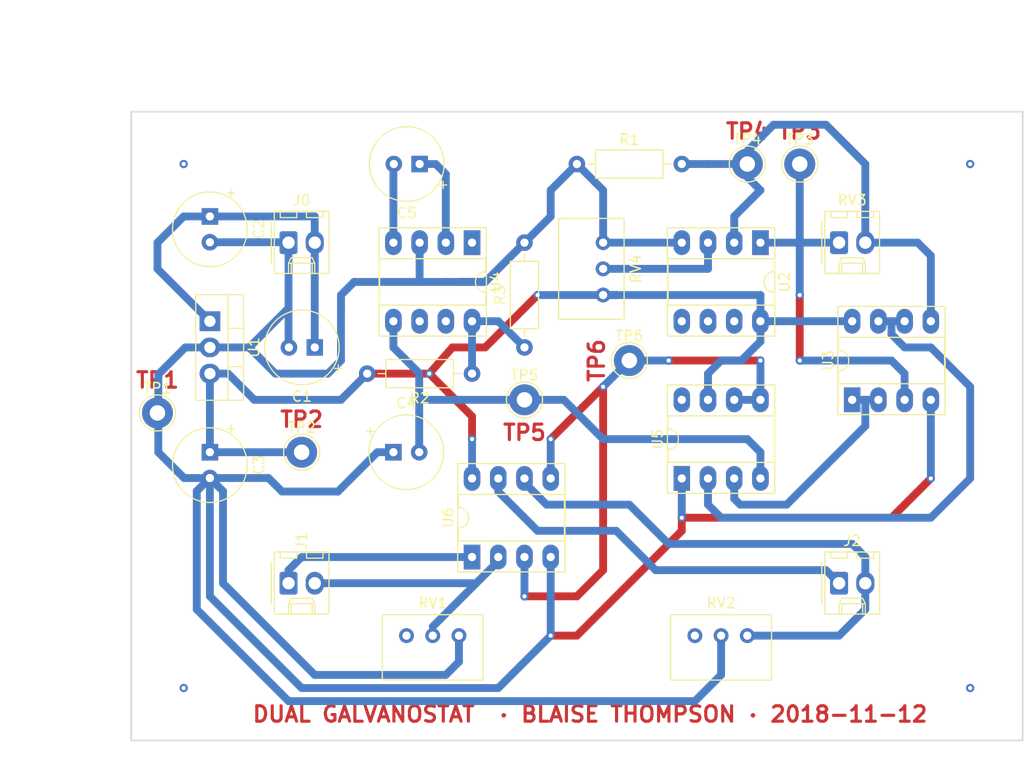
<source format=kicad_pcb>
(kicad_pcb (version 20171130) (host pcbnew 5.0.1+dfsg1-3)

  (general
    (thickness 1.6)
    (drawings 14)
    (tracks 203)
    (zones 0)
    (modules 27)
    (nets 24)
  )

  (page USLetter)
  (title_block
    (title "Dual Galvanostat")
    (date 2018-11-07)
    (rev a)
  )

  (layers
    (0 F.Cu signal)
    (31 B.Cu signal)
    (32 B.Adhes user)
    (33 F.Adhes user)
    (34 B.Paste user)
    (35 F.Paste user)
    (36 B.SilkS user)
    (37 F.SilkS user)
    (38 B.Mask user)
    (39 F.Mask user)
    (40 Dwgs.User user)
    (41 Cmts.User user)
    (42 Eco1.User user)
    (43 Eco2.User user)
    (44 Edge.Cuts user)
    (45 Margin user)
    (46 B.CrtYd user)
    (47 F.CrtYd user)
    (48 B.Fab user)
    (49 F.Fab user)
  )

  (setup
    (last_trace_width 0.762)
    (trace_clearance 0.2)
    (zone_clearance 0.508)
    (zone_45_only no)
    (trace_min 0.2)
    (segment_width 0.2)
    (edge_width 0.15)
    (via_size 0.8)
    (via_drill 0.4)
    (via_min_size 0.4)
    (via_min_drill 0.3)
    (uvia_size 0.3)
    (uvia_drill 0.1)
    (uvias_allowed no)
    (uvia_min_size 0.2)
    (uvia_min_drill 0.1)
    (pcb_text_width 0.3)
    (pcb_text_size 1.5 1.5)
    (mod_edge_width 0.15)
    (mod_text_size 1 1)
    (mod_text_width 0.15)
    (pad_size 1.524 1.524)
    (pad_drill 0.762)
    (pad_to_mask_clearance 0.051)
    (solder_mask_min_width 0.25)
    (aux_axis_origin 0 0)
    (grid_origin 135.89 69.85)
    (visible_elements FFFFFF7F)
    (pcbplotparams
      (layerselection 0x01000_ffffffff)
      (usegerberextensions false)
      (usegerberattributes false)
      (usegerberadvancedattributes false)
      (creategerberjobfile false)
      (excludeedgelayer true)
      (linewidth 0.100000)
      (plotframeref false)
      (viasonmask false)
      (mode 1)
      (useauxorigin false)
      (hpglpennumber 1)
      (hpglpenspeed 20)
      (hpglpendiameter 15.000000)
      (psnegative false)
      (psa4output false)
      (plotreference true)
      (plotvalue true)
      (plotinvisibletext false)
      (padsonsilk false)
      (subtractmaskfromsilk false)
      (outputformat 4)
      (mirror false)
      (drillshape 0)
      (scaleselection 1)
      (outputdirectory ""))
  )

  (net 0 "")
  (net 1 +15V)
  (net 2 GND)
  (net 3 "Net-(J2-Pad1)")
  (net 4 "Net-(J2-Pad2)")
  (net 5 "Net-(C1-Pad1)")
  (net 6 "Net-(C5-Pad1)")
  (net 7 "Net-(C5-Pad2)")
  (net 8 "Net-(J1-Pad2)")
  (net 9 "Net-(J1-Pad1)")
  (net 10 "Net-(R1-Pad2)")
  (net 11 "Net-(RV3-Pad1)")
  (net 12 "Net-(RV4-Pad2)")
  (net 13 "Net-(U2-Pad5)")
  (net 14 "Net-(U2-Pad6)")
  (net 15 "Net-(U2-Pad7)")
  (net 16 "Net-(U3-Pad6)")
  (net 17 "Net-(U3-Pad1)")
  (net 18 "Net-(U4-Pad7)")
  (net 19 "Net-(U4-Pad6)")
  (net 20 "Net-(U4-Pad1)")
  (net 21 -6V)
  (net 22 "Net-(TP6-Pad1)")
  (net 23 "Net-(R2-Pad1)")

  (net_class Default "This is the default net class."
    (clearance 0.2)
    (trace_width 0.762)
    (via_dia 0.8)
    (via_drill 0.4)
    (uvia_dia 0.3)
    (uvia_drill 0.1)
    (add_net +15V)
    (add_net -6V)
    (add_net GND)
    (add_net "Net-(C1-Pad1)")
    (add_net "Net-(C5-Pad1)")
    (add_net "Net-(C5-Pad2)")
    (add_net "Net-(J1-Pad1)")
    (add_net "Net-(J1-Pad2)")
    (add_net "Net-(J2-Pad1)")
    (add_net "Net-(J2-Pad2)")
    (add_net "Net-(R1-Pad2)")
    (add_net "Net-(R2-Pad1)")
    (add_net "Net-(RV3-Pad1)")
    (add_net "Net-(RV4-Pad2)")
    (add_net "Net-(TP6-Pad1)")
    (add_net "Net-(U2-Pad5)")
    (add_net "Net-(U2-Pad6)")
    (add_net "Net-(U2-Pad7)")
    (add_net "Net-(U3-Pad1)")
    (add_net "Net-(U3-Pad6)")
    (add_net "Net-(U4-Pad1)")
    (add_net "Net-(U4-Pad6)")
    (add_net "Net-(U4-Pad7)")
  )

  (module Package_DIP:DIP-8_W7.62mm_Socket_LongPads (layer F.Cu) (tedit 5A02E8C5) (tstamp 5BEA2526)
    (at 104.14 58.42 270)
    (descr "8-lead though-hole mounted DIP package, row spacing 7.62 mm (300 mils), Socket, LongPads")
    (tags "THT DIP DIL PDIP 2.54mm 7.62mm 300mil Socket LongPads")
    (path /5BE926D8)
    (fp_text reference U4 (at 3.81 -2.33 270) (layer F.SilkS)
      (effects (font (size 1 1) (thickness 0.15)))
    )
    (fp_text value LMC7660 (at 3.81 9.95 270) (layer F.Fab)
      (effects (font (size 1 1) (thickness 0.15)))
    )
    (fp_text user %R (at 3.81 3.81 90) (layer F.Fab)
      (effects (font (size 1 1) (thickness 0.15)))
    )
    (fp_line (start 9.15 -1.6) (end -1.55 -1.6) (layer F.CrtYd) (width 0.05))
    (fp_line (start 9.15 9.2) (end 9.15 -1.6) (layer F.CrtYd) (width 0.05))
    (fp_line (start -1.55 9.2) (end 9.15 9.2) (layer F.CrtYd) (width 0.05))
    (fp_line (start -1.55 -1.6) (end -1.55 9.2) (layer F.CrtYd) (width 0.05))
    (fp_line (start 9.06 -1.39) (end -1.44 -1.39) (layer F.SilkS) (width 0.12))
    (fp_line (start 9.06 9.01) (end 9.06 -1.39) (layer F.SilkS) (width 0.12))
    (fp_line (start -1.44 9.01) (end 9.06 9.01) (layer F.SilkS) (width 0.12))
    (fp_line (start -1.44 -1.39) (end -1.44 9.01) (layer F.SilkS) (width 0.12))
    (fp_line (start 6.06 -1.33) (end 4.81 -1.33) (layer F.SilkS) (width 0.12))
    (fp_line (start 6.06 8.95) (end 6.06 -1.33) (layer F.SilkS) (width 0.12))
    (fp_line (start 1.56 8.95) (end 6.06 8.95) (layer F.SilkS) (width 0.12))
    (fp_line (start 1.56 -1.33) (end 1.56 8.95) (layer F.SilkS) (width 0.12))
    (fp_line (start 2.81 -1.33) (end 1.56 -1.33) (layer F.SilkS) (width 0.12))
    (fp_line (start 8.89 -1.33) (end -1.27 -1.33) (layer F.Fab) (width 0.1))
    (fp_line (start 8.89 8.95) (end 8.89 -1.33) (layer F.Fab) (width 0.1))
    (fp_line (start -1.27 8.95) (end 8.89 8.95) (layer F.Fab) (width 0.1))
    (fp_line (start -1.27 -1.33) (end -1.27 8.95) (layer F.Fab) (width 0.1))
    (fp_line (start 0.635 -0.27) (end 1.635 -1.27) (layer F.Fab) (width 0.1))
    (fp_line (start 0.635 8.89) (end 0.635 -0.27) (layer F.Fab) (width 0.1))
    (fp_line (start 6.985 8.89) (end 0.635 8.89) (layer F.Fab) (width 0.1))
    (fp_line (start 6.985 -1.27) (end 6.985 8.89) (layer F.Fab) (width 0.1))
    (fp_line (start 1.635 -1.27) (end 6.985 -1.27) (layer F.Fab) (width 0.1))
    (fp_arc (start 3.81 -1.33) (end 2.81 -1.33) (angle -180) (layer F.SilkS) (width 0.12))
    (pad 8 thru_hole oval (at 7.62 0 270) (size 2.4 1.6) (drill 0.8) (layers *.Cu *.Mask)
      (net 23 "Net-(R2-Pad1)"))
    (pad 4 thru_hole oval (at 0 7.62 270) (size 2.4 1.6) (drill 0.8) (layers *.Cu *.Mask)
      (net 7 "Net-(C5-Pad2)"))
    (pad 7 thru_hole oval (at 7.62 2.54 270) (size 2.4 1.6) (drill 0.8) (layers *.Cu *.Mask)
      (net 18 "Net-(U4-Pad7)"))
    (pad 3 thru_hole oval (at 0 5.08 270) (size 2.4 1.6) (drill 0.8) (layers *.Cu *.Mask)
      (net 2 GND))
    (pad 6 thru_hole oval (at 7.62 5.08 270) (size 2.4 1.6) (drill 0.8) (layers *.Cu *.Mask)
      (net 19 "Net-(U4-Pad6)"))
    (pad 2 thru_hole oval (at 0 2.54 270) (size 2.4 1.6) (drill 0.8) (layers *.Cu *.Mask)
      (net 6 "Net-(C5-Pad1)"))
    (pad 5 thru_hole oval (at 7.62 7.62 270) (size 2.4 1.6) (drill 0.8) (layers *.Cu *.Mask)
      (net 21 -6V))
    (pad 1 thru_hole rect (at 0 0 270) (size 2.4 1.6) (drill 0.8) (layers *.Cu *.Mask)
      (net 20 "Net-(U4-Pad1)"))
    (model ${KISYS3DMOD}/Package_DIP.3dshapes/DIP-8_W7.62mm_Socket.wrl
      (at (xyz 0 0 0))
      (scale (xyz 1 1 1))
      (rotate (xyz 0 0 0))
    )
  )

  (module Capacitor_THT:CP_Radial_Tantal_D7.0mm_P2.50mm (layer F.Cu) (tedit 5AE50EF0) (tstamp 5BE9CD39)
    (at 78.74 55.88 270)
    (descr "CP, Radial_Tantal series, Radial, pin pitch=2.50mm, , diameter=7.0mm, Tantal Electrolytic Capacitor, http://cdn-reichelt.de/documents/datenblatt/B300/TANTAL-TB-Serie%23.pdf")
    (tags "CP Radial_Tantal series Radial pin pitch 2.50mm  diameter 7.0mm Tantal Electrolytic Capacitor")
    (path /5BE494E1)
    (fp_text reference C2 (at 1.25 -4.75 270) (layer F.SilkS)
      (effects (font (size 1 1) (thickness 0.15)))
    )
    (fp_text value 330nF (at 1.25 4.75 270) (layer F.Fab)
      (effects (font (size 1 1) (thickness 0.15)))
    )
    (fp_circle (center 1.25 0) (end 4.75 0) (layer F.Fab) (width 0.1))
    (fp_circle (center 1.25 0) (end 4.87 0) (layer F.SilkS) (width 0.12))
    (fp_circle (center 1.25 0) (end 5 0) (layer F.CrtYd) (width 0.05))
    (fp_line (start -1.745708 -1.5275) (end -1.045708 -1.5275) (layer F.Fab) (width 0.1))
    (fp_line (start -1.395708 -1.8775) (end -1.395708 -1.1775) (layer F.Fab) (width 0.1))
    (fp_line (start -2.624723 -2.035) (end -1.924723 -2.035) (layer F.SilkS) (width 0.12))
    (fp_line (start -2.274723 -2.385) (end -2.274723 -1.685) (layer F.SilkS) (width 0.12))
    (fp_text user %R (at 1.25 0 270) (layer F.Fab)
      (effects (font (size 1 1) (thickness 0.15)))
    )
    (pad 1 thru_hole rect (at 0 0 270) (size 1.6 1.6) (drill 0.8) (layers *.Cu *.Mask)
      (net 5 "Net-(C1-Pad1)"))
    (pad 2 thru_hole circle (at 2.5 0 270) (size 1.6 1.6) (drill 0.8) (layers *.Cu *.Mask)
      (net 2 GND))
    (model ${KISYS3DMOD}/Capacitor_THT.3dshapes/CP_Radial_Tantal_D7.0mm_P2.50mm.wrl
      (at (xyz 0 0 0))
      (scale (xyz 1 1 1))
      (rotate (xyz 0 0 0))
    )
  )

  (module Capacitor_THT:CP_Radial_Tantal_D7.0mm_P2.50mm (layer F.Cu) (tedit 5AE50EF0) (tstamp 5BE9CD47)
    (at 78.74 78.74 270)
    (descr "CP, Radial_Tantal series, Radial, pin pitch=2.50mm, , diameter=7.0mm, Tantal Electrolytic Capacitor, http://cdn-reichelt.de/documents/datenblatt/B300/TANTAL-TB-Serie%23.pdf")
    (tags "CP Radial_Tantal series Radial pin pitch 2.50mm  diameter 7.0mm Tantal Electrolytic Capacitor")
    (path /5BE495CB)
    (fp_text reference C3 (at 1.25 -4.75 270) (layer F.SilkS)
      (effects (font (size 1 1) (thickness 0.15)))
    )
    (fp_text value 100nF (at 1.25 4.75 270) (layer F.Fab)
      (effects (font (size 1 1) (thickness 0.15)))
    )
    (fp_text user %R (at 1.25 0 270) (layer F.Fab)
      (effects (font (size 1 1) (thickness 0.15)))
    )
    (fp_line (start -2.274723 -2.385) (end -2.274723 -1.685) (layer F.SilkS) (width 0.12))
    (fp_line (start -2.624723 -2.035) (end -1.924723 -2.035) (layer F.SilkS) (width 0.12))
    (fp_line (start -1.395708 -1.8775) (end -1.395708 -1.1775) (layer F.Fab) (width 0.1))
    (fp_line (start -1.745708 -1.5275) (end -1.045708 -1.5275) (layer F.Fab) (width 0.1))
    (fp_circle (center 1.25 0) (end 5 0) (layer F.CrtYd) (width 0.05))
    (fp_circle (center 1.25 0) (end 4.87 0) (layer F.SilkS) (width 0.12))
    (fp_circle (center 1.25 0) (end 4.75 0) (layer F.Fab) (width 0.1))
    (pad 2 thru_hole circle (at 2.5 0 270) (size 1.6 1.6) (drill 0.8) (layers *.Cu *.Mask)
      (net 2 GND))
    (pad 1 thru_hole rect (at 0 0 270) (size 1.6 1.6) (drill 0.8) (layers *.Cu *.Mask)
      (net 1 +15V))
    (model ${KISYS3DMOD}/Capacitor_THT.3dshapes/CP_Radial_Tantal_D7.0mm_P2.50mm.wrl
      (at (xyz 0 0 0))
      (scale (xyz 1 1 1))
      (rotate (xyz 0 0 0))
    )
  )

  (module Potentiometer_THT:Potentiometer_Bourns_3299W_Vertical (layer F.Cu) (tedit 5A3D4994) (tstamp 5BE9CDB5)
    (at 130.81 96.52)
    (descr "Potentiometer, vertical, Bourns 3299W, https://www.bourns.com/pdfs/3299.pdf")
    (tags "Potentiometer vertical Bourns 3299W")
    (path /5BE979BD)
    (fp_text reference RV2 (at -2.54 -3.16) (layer F.SilkS)
      (effects (font (size 1 1) (thickness 0.15)))
    )
    (fp_text value 2kΩ (at -2.54 5.44) (layer F.Fab)
      (effects (font (size 1 1) (thickness 0.15)))
    )
    (fp_text user %R (at -3.175 1.14) (layer F.Fab)
      (effects (font (size 1 1) (thickness 0.15)))
    )
    (fp_line (start 2.5 -2.2) (end -7.6 -2.2) (layer F.CrtYd) (width 0.05))
    (fp_line (start 2.5 4.45) (end 2.5 -2.2) (layer F.CrtYd) (width 0.05))
    (fp_line (start -7.6 4.45) (end 2.5 4.45) (layer F.CrtYd) (width 0.05))
    (fp_line (start -7.6 -2.2) (end -7.6 4.45) (layer F.CrtYd) (width 0.05))
    (fp_line (start 2.345 -2.03) (end 2.345 4.31) (layer F.SilkS) (width 0.12))
    (fp_line (start -7.425 -2.03) (end -7.425 4.31) (layer F.SilkS) (width 0.12))
    (fp_line (start -7.425 4.31) (end 2.345 4.31) (layer F.SilkS) (width 0.12))
    (fp_line (start -7.425 -2.03) (end 2.345 -2.03) (layer F.SilkS) (width 0.12))
    (fp_line (start 0.955 4.005) (end 0.956 1.836) (layer F.Fab) (width 0.1))
    (fp_line (start 0.955 4.005) (end 0.956 1.836) (layer F.Fab) (width 0.1))
    (fp_line (start 2.225 -1.91) (end -7.305 -1.91) (layer F.Fab) (width 0.1))
    (fp_line (start 2.225 4.19) (end 2.225 -1.91) (layer F.Fab) (width 0.1))
    (fp_line (start -7.305 4.19) (end 2.225 4.19) (layer F.Fab) (width 0.1))
    (fp_line (start -7.305 -1.91) (end -7.305 4.19) (layer F.Fab) (width 0.1))
    (fp_circle (center 0.955 2.92) (end 2.05 2.92) (layer F.Fab) (width 0.1))
    (pad 3 thru_hole circle (at -5.08 0) (size 1.44 1.44) (drill 0.8) (layers *.Cu *.Mask))
    (pad 2 thru_hole circle (at -2.54 0) (size 1.44 1.44) (drill 0.8) (layers *.Cu *.Mask)
      (net 2 GND))
    (pad 1 thru_hole circle (at 0 0) (size 1.44 1.44) (drill 0.8) (layers *.Cu *.Mask)
      (net 4 "Net-(J2-Pad2)"))
    (model ${KISYS3DMOD}/Potentiometer_THT.3dshapes/Potentiometer_Bourns_3299W_Vertical.wrl
      (at (xyz 0 0 0))
      (scale (xyz 1 1 1))
      (rotate (xyz 0 0 0))
    )
  )

  (module Potentiometer_THT:Potentiometer_Bourns_3299W_Vertical (layer F.Cu) (tedit 5A3D4994) (tstamp 5BE9CD9E)
    (at 102.87 96.52)
    (descr "Potentiometer, vertical, Bourns 3299W, https://www.bourns.com/pdfs/3299.pdf")
    (tags "Potentiometer vertical Bourns 3299W")
    (path /5BEA1AFB)
    (fp_text reference RV1 (at -2.54 -3.16) (layer F.SilkS)
      (effects (font (size 1 1) (thickness 0.15)))
    )
    (fp_text value 2kΩ (at -2.54 5.44) (layer F.Fab)
      (effects (font (size 1 1) (thickness 0.15)))
    )
    (fp_circle (center 0.955 2.92) (end 2.05 2.92) (layer F.Fab) (width 0.1))
    (fp_line (start -7.305 -1.91) (end -7.305 4.19) (layer F.Fab) (width 0.1))
    (fp_line (start -7.305 4.19) (end 2.225 4.19) (layer F.Fab) (width 0.1))
    (fp_line (start 2.225 4.19) (end 2.225 -1.91) (layer F.Fab) (width 0.1))
    (fp_line (start 2.225 -1.91) (end -7.305 -1.91) (layer F.Fab) (width 0.1))
    (fp_line (start 0.955 4.005) (end 0.956 1.836) (layer F.Fab) (width 0.1))
    (fp_line (start 0.955 4.005) (end 0.956 1.836) (layer F.Fab) (width 0.1))
    (fp_line (start -7.425 -2.03) (end 2.345 -2.03) (layer F.SilkS) (width 0.12))
    (fp_line (start -7.425 4.31) (end 2.345 4.31) (layer F.SilkS) (width 0.12))
    (fp_line (start -7.425 -2.03) (end -7.425 4.31) (layer F.SilkS) (width 0.12))
    (fp_line (start 2.345 -2.03) (end 2.345 4.31) (layer F.SilkS) (width 0.12))
    (fp_line (start -7.6 -2.2) (end -7.6 4.45) (layer F.CrtYd) (width 0.05))
    (fp_line (start -7.6 4.45) (end 2.5 4.45) (layer F.CrtYd) (width 0.05))
    (fp_line (start 2.5 4.45) (end 2.5 -2.2) (layer F.CrtYd) (width 0.05))
    (fp_line (start 2.5 -2.2) (end -7.6 -2.2) (layer F.CrtYd) (width 0.05))
    (fp_text user %R (at -3.175 1.14) (layer F.Fab)
      (effects (font (size 1 1) (thickness 0.15)))
    )
    (pad 1 thru_hole circle (at 0 0) (size 1.44 1.44) (drill 0.8) (layers *.Cu *.Mask)
      (net 2 GND))
    (pad 2 thru_hole circle (at -2.54 0) (size 1.44 1.44) (drill 0.8) (layers *.Cu *.Mask)
      (net 8 "Net-(J1-Pad2)"))
    (pad 3 thru_hole circle (at -5.08 0) (size 1.44 1.44) (drill 0.8) (layers *.Cu *.Mask))
    (model ${KISYS3DMOD}/Potentiometer_THT.3dshapes/Potentiometer_Bourns_3299W_Vertical.wrl
      (at (xyz 0 0 0))
      (scale (xyz 1 1 1))
      (rotate (xyz 0 0 0))
    )
  )

  (module Capacitor_THT:CP_Radial_Tantal_D7.0mm_P2.50mm (layer F.Cu) (tedit 5AE50EF0) (tstamp 5BE9CD63)
    (at 99.06 50.8 180)
    (descr "CP, Radial_Tantal series, Radial, pin pitch=2.50mm, , diameter=7.0mm, Tantal Electrolytic Capacitor, http://cdn-reichelt.de/documents/datenblatt/B300/TANTAL-TB-Serie%23.pdf")
    (tags "CP Radial_Tantal series Radial pin pitch 2.50mm  diameter 7.0mm Tantal Electrolytic Capacitor")
    (path /5BE93CEB)
    (fp_text reference C5 (at 1.25 -4.75 180) (layer F.SilkS)
      (effects (font (size 1 1) (thickness 0.15)))
    )
    (fp_text value 10uF (at 1.25 4.75 180) (layer F.Fab)
      (effects (font (size 1 1) (thickness 0.15)))
    )
    (fp_circle (center 1.25 0) (end 4.75 0) (layer F.Fab) (width 0.1))
    (fp_circle (center 1.25 0) (end 4.87 0) (layer F.SilkS) (width 0.12))
    (fp_circle (center 1.25 0) (end 5 0) (layer F.CrtYd) (width 0.05))
    (fp_line (start -1.745708 -1.5275) (end -1.045708 -1.5275) (layer F.Fab) (width 0.1))
    (fp_line (start -1.395708 -1.8775) (end -1.395708 -1.1775) (layer F.Fab) (width 0.1))
    (fp_line (start -2.624723 -2.035) (end -1.924723 -2.035) (layer F.SilkS) (width 0.12))
    (fp_line (start -2.274723 -2.385) (end -2.274723 -1.685) (layer F.SilkS) (width 0.12))
    (fp_text user %R (at 1.25 0 180) (layer F.Fab)
      (effects (font (size 1 1) (thickness 0.15)))
    )
    (pad 1 thru_hole rect (at 0 0 180) (size 1.6 1.6) (drill 0.8) (layers *.Cu *.Mask)
      (net 6 "Net-(C5-Pad1)"))
    (pad 2 thru_hole circle (at 2.5 0 180) (size 1.6 1.6) (drill 0.8) (layers *.Cu *.Mask)
      (net 7 "Net-(C5-Pad2)"))
    (model ${KISYS3DMOD}/Capacitor_THT.3dshapes/CP_Radial_Tantal_D7.0mm_P2.50mm.wrl
      (at (xyz 0 0 0))
      (scale (xyz 1 1 1))
      (rotate (xyz 0 0 0))
    )
  )

  (module Capacitor_THT:CP_Radial_Tantal_D7.0mm_P2.50mm (layer F.Cu) (tedit 5AE50EF0) (tstamp 5BE9CD55)
    (at 96.52 78.74)
    (descr "CP, Radial_Tantal series, Radial, pin pitch=2.50mm, , diameter=7.0mm, Tantal Electrolytic Capacitor, http://cdn-reichelt.de/documents/datenblatt/B300/TANTAL-TB-Serie%23.pdf")
    (tags "CP Radial_Tantal series Radial pin pitch 2.50mm  diameter 7.0mm Tantal Electrolytic Capacitor")
    (path /5BE94F08)
    (fp_text reference C4 (at 1.25 -4.75) (layer F.SilkS)
      (effects (font (size 1 1) (thickness 0.15)))
    )
    (fp_text value 10uF (at 1.25 4.75) (layer F.Fab)
      (effects (font (size 1 1) (thickness 0.15)))
    )
    (fp_text user %R (at 1.25 0) (layer F.Fab)
      (effects (font (size 1 1) (thickness 0.15)))
    )
    (fp_line (start -2.274723 -2.385) (end -2.274723 -1.685) (layer F.SilkS) (width 0.12))
    (fp_line (start -2.624723 -2.035) (end -1.924723 -2.035) (layer F.SilkS) (width 0.12))
    (fp_line (start -1.395708 -1.8775) (end -1.395708 -1.1775) (layer F.Fab) (width 0.1))
    (fp_line (start -1.745708 -1.5275) (end -1.045708 -1.5275) (layer F.Fab) (width 0.1))
    (fp_circle (center 1.25 0) (end 5 0) (layer F.CrtYd) (width 0.05))
    (fp_circle (center 1.25 0) (end 4.87 0) (layer F.SilkS) (width 0.12))
    (fp_circle (center 1.25 0) (end 4.75 0) (layer F.Fab) (width 0.1))
    (pad 2 thru_hole circle (at 2.5 0) (size 1.6 1.6) (drill 0.8) (layers *.Cu *.Mask)
      (net 21 -6V))
    (pad 1 thru_hole rect (at 0 0) (size 1.6 1.6) (drill 0.8) (layers *.Cu *.Mask)
      (net 2 GND))
    (model ${KISYS3DMOD}/Capacitor_THT.3dshapes/CP_Radial_Tantal_D7.0mm_P2.50mm.wrl
      (at (xyz 0 0 0))
      (scale (xyz 1 1 1))
      (rotate (xyz 0 0 0))
    )
  )

  (module Potentiometer_THT:Potentiometer_Bourns_3299W_Vertical (layer F.Cu) (tedit 5A3D4994) (tstamp 5BEA1668)
    (at 116.84 63.5 270)
    (descr "Potentiometer, vertical, Bourns 3299W, https://www.bourns.com/pdfs/3299.pdf")
    (tags "Potentiometer vertical Bourns 3299W")
    (path /5BE4B6A7)
    (fp_text reference RV4 (at -2.54 -3.16 270) (layer F.SilkS)
      (effects (font (size 1 1) (thickness 0.15)))
    )
    (fp_text value 100kΩ (at -2.54 5.44 270) (layer F.Fab)
      (effects (font (size 1 1) (thickness 0.15)))
    )
    (fp_circle (center 0.955 2.92) (end 2.05 2.92) (layer F.Fab) (width 0.1))
    (fp_line (start -7.305 -1.91) (end -7.305 4.19) (layer F.Fab) (width 0.1))
    (fp_line (start -7.305 4.19) (end 2.225 4.19) (layer F.Fab) (width 0.1))
    (fp_line (start 2.225 4.19) (end 2.225 -1.91) (layer F.Fab) (width 0.1))
    (fp_line (start 2.225 -1.91) (end -7.305 -1.91) (layer F.Fab) (width 0.1))
    (fp_line (start 0.955 4.005) (end 0.956 1.836) (layer F.Fab) (width 0.1))
    (fp_line (start 0.955 4.005) (end 0.956 1.836) (layer F.Fab) (width 0.1))
    (fp_line (start -7.425 -2.03) (end 2.345 -2.03) (layer F.SilkS) (width 0.12))
    (fp_line (start -7.425 4.31) (end 2.345 4.31) (layer F.SilkS) (width 0.12))
    (fp_line (start -7.425 -2.03) (end -7.425 4.31) (layer F.SilkS) (width 0.12))
    (fp_line (start 2.345 -2.03) (end 2.345 4.31) (layer F.SilkS) (width 0.12))
    (fp_line (start -7.6 -2.2) (end -7.6 4.45) (layer F.CrtYd) (width 0.05))
    (fp_line (start -7.6 4.45) (end 2.5 4.45) (layer F.CrtYd) (width 0.05))
    (fp_line (start 2.5 4.45) (end 2.5 -2.2) (layer F.CrtYd) (width 0.05))
    (fp_line (start 2.5 -2.2) (end -7.6 -2.2) (layer F.CrtYd) (width 0.05))
    (fp_text user %R (at -3.175 1.14 270) (layer F.Fab)
      (effects (font (size 1 1) (thickness 0.15)))
    )
    (pad 1 thru_hole circle (at 0 0 270) (size 1.44 1.44) (drill 0.8) (layers *.Cu *.Mask)
      (net 1 +15V))
    (pad 2 thru_hole circle (at -2.54 0 270) (size 1.44 1.44) (drill 0.8) (layers *.Cu *.Mask)
      (net 12 "Net-(RV4-Pad2)"))
    (pad 3 thru_hole circle (at -5.08 0 270) (size 1.44 1.44) (drill 0.8) (layers *.Cu *.Mask)
      (net 2 GND))
    (model ${KISYS3DMOD}/Potentiometer_THT.3dshapes/Potentiometer_Bourns_3299W_Vertical.wrl
      (at (xyz 0 0 0))
      (scale (xyz 1 1 1))
      (rotate (xyz 0 0 0))
    )
  )

  (module Connector_Molex:Molex_KK-254_AE-6410-02A_1x02_P2.54mm_Vertical (layer F.Cu) (tedit 5BE99945) (tstamp 5BEA11C5)
    (at 86.36 58.42)
    (descr "Molex KK-254 Interconnect System, old/engineering part number: AE-6410-02A example for new part number: 22-27-2021, 2 Pins (http://www.molex.com/pdm_docs/sd/022272021_sd.pdf), generated with kicad-footprint-generator")
    (tags "connector Molex KK-254 side entry")
    (path /5BE205CE)
    (fp_text reference J0 (at 1.27 -4.12) (layer F.SilkS)
      (effects (font (size 1 1) (thickness 0.15)))
    )
    (fp_text value Conn_01x02 (at 1.27 4.08) (layer F.Fab)
      (effects (font (size 1 1) (thickness 0.15)))
    )
    (fp_text user %R (at 1.27 -2.22) (layer F.Fab)
      (effects (font (size 1 1) (thickness 0.15)))
    )
    (fp_line (start 4.31 -3.42) (end -1.77 -3.42) (layer F.CrtYd) (width 0.05))
    (fp_line (start 4.31 3.38) (end 4.31 -3.42) (layer F.CrtYd) (width 0.05))
    (fp_line (start -1.77 3.38) (end 4.31 3.38) (layer F.CrtYd) (width 0.05))
    (fp_line (start -1.77 -3.42) (end -1.77 3.38) (layer F.CrtYd) (width 0.05))
    (fp_line (start 3.34 -2.43) (end 3.34 -3.03) (layer F.SilkS) (width 0.12))
    (fp_line (start 1.74 -2.43) (end 3.34 -2.43) (layer F.SilkS) (width 0.12))
    (fp_line (start 1.74 -3.03) (end 1.74 -2.43) (layer F.SilkS) (width 0.12))
    (fp_line (start 0.8 -2.43) (end 0.8 -3.03) (layer F.SilkS) (width 0.12))
    (fp_line (start -0.8 -2.43) (end 0.8 -2.43) (layer F.SilkS) (width 0.12))
    (fp_line (start -0.8 -3.03) (end -0.8 -2.43) (layer F.SilkS) (width 0.12))
    (fp_line (start 2.29 2.99) (end 2.29 1.99) (layer F.SilkS) (width 0.12))
    (fp_line (start 0.25 2.99) (end 0.25 1.99) (layer F.SilkS) (width 0.12))
    (fp_line (start 2.29 1.46) (end 2.54 1.99) (layer F.SilkS) (width 0.12))
    (fp_line (start 0.25 1.46) (end 2.29 1.46) (layer F.SilkS) (width 0.12))
    (fp_line (start 0 1.99) (end 0.25 1.46) (layer F.SilkS) (width 0.12))
    (fp_line (start 2.54 1.99) (end 2.54 2.99) (layer F.SilkS) (width 0.12))
    (fp_line (start 0 1.99) (end 2.54 1.99) (layer F.SilkS) (width 0.12))
    (fp_line (start 0 2.99) (end 0 1.99) (layer F.SilkS) (width 0.12))
    (fp_line (start -0.562893 0) (end -1.27 0.5) (layer F.Fab) (width 0.1))
    (fp_line (start -1.27 -0.5) (end -0.562893 0) (layer F.Fab) (width 0.1))
    (fp_line (start -1.67 -2) (end -1.67 2) (layer F.SilkS) (width 0.12))
    (fp_line (start 3.92 -3.03) (end -1.38 -3.03) (layer F.SilkS) (width 0.12))
    (fp_line (start 3.92 2.99) (end 3.92 -3.03) (layer F.SilkS) (width 0.12))
    (fp_line (start -1.38 2.99) (end 3.92 2.99) (layer F.SilkS) (width 0.12))
    (fp_line (start -1.38 -3.03) (end -1.38 2.99) (layer F.SilkS) (width 0.12))
    (fp_line (start 3.81 -2.92) (end -1.27 -2.92) (layer F.Fab) (width 0.1))
    (fp_line (start 3.81 2.88) (end 3.81 -2.92) (layer F.Fab) (width 0.1))
    (fp_line (start -1.27 2.88) (end 3.81 2.88) (layer F.Fab) (width 0.1))
    (fp_line (start -1.27 -2.92) (end -1.27 2.88) (layer F.Fab) (width 0.1))
    (pad 2 thru_hole oval (at 2.54 0) (size 1.74 2.2) (drill 1.2) (layers *.Cu *.Mask)
      (net 5 "Net-(C1-Pad1)"))
    (pad 1 thru_hole roundrect (at 0 0) (size 1.74 2.2) (drill 1.2) (layers *.Cu *.Mask) (roundrect_rratio 0.143678)
      (net 2 GND))
    (model ${KISYS3DMOD}/Connector_Molex.3dshapes/Molex_KK-254_AE-6410-02A_1x02_P2.54mm_Vertical.wrl
      (at (xyz 0 0 0))
      (scale (xyz 1 1 1))
      (rotate (xyz 0 0 0))
    )
  )

  (module Connector_Molex:Molex_KK-254_AE-6410-02A_1x02_P2.54mm_Vertical (layer F.Cu) (tedit 5BE865FB) (tstamp 5BE4FADC)
    (at 86.36 91.44)
    (descr "Molex KK-254 Interconnect System, old/engineering part number: AE-6410-02A example for new part number: 22-27-2021, 2 Pins (http://www.molex.com/pdm_docs/sd/022272021_sd.pdf), generated with kicad-footprint-generator")
    (tags "connector Molex KK-254 side entry")
    (path /5BE20278)
    (fp_text reference J1 (at 1.27 -4.12 90) (layer F.SilkS)
      (effects (font (size 1 1) (thickness 0.15)))
    )
    (fp_text value Conn_01x02 (at 1.27 4.08) (layer F.Fab)
      (effects (font (size 1 1) (thickness 0.15)))
    )
    (fp_line (start -1.27 -2.92) (end -1.27 2.88) (layer F.Fab) (width 0.1))
    (fp_line (start -1.27 2.88) (end 3.81 2.88) (layer F.Fab) (width 0.1))
    (fp_line (start 3.81 2.88) (end 3.81 -2.92) (layer F.Fab) (width 0.1))
    (fp_line (start 3.81 -2.92) (end -1.27 -2.92) (layer F.Fab) (width 0.1))
    (fp_line (start -1.38 -3.03) (end -1.38 2.99) (layer F.SilkS) (width 0.12))
    (fp_line (start -1.38 2.99) (end 3.92 2.99) (layer F.SilkS) (width 0.12))
    (fp_line (start 3.92 2.99) (end 3.92 -3.03) (layer F.SilkS) (width 0.12))
    (fp_line (start 3.92 -3.03) (end -1.38 -3.03) (layer F.SilkS) (width 0.12))
    (fp_line (start -1.67 -2) (end -1.67 2) (layer F.SilkS) (width 0.12))
    (fp_line (start -1.27 -0.5) (end -0.562893 0) (layer F.Fab) (width 0.1))
    (fp_line (start -0.562893 0) (end -1.27 0.5) (layer F.Fab) (width 0.1))
    (fp_line (start 0 2.99) (end 0 1.99) (layer F.SilkS) (width 0.12))
    (fp_line (start 0 1.99) (end 2.54 1.99) (layer F.SilkS) (width 0.12))
    (fp_line (start 2.54 1.99) (end 2.54 2.99) (layer F.SilkS) (width 0.12))
    (fp_line (start 0 1.99) (end 0.25 1.46) (layer F.SilkS) (width 0.12))
    (fp_line (start 0.25 1.46) (end 2.29 1.46) (layer F.SilkS) (width 0.12))
    (fp_line (start 2.29 1.46) (end 2.54 1.99) (layer F.SilkS) (width 0.12))
    (fp_line (start 0.25 2.99) (end 0.25 1.99) (layer F.SilkS) (width 0.12))
    (fp_line (start 2.29 2.99) (end 2.29 1.99) (layer F.SilkS) (width 0.12))
    (fp_line (start -0.8 -3.03) (end -0.8 -2.43) (layer F.SilkS) (width 0.12))
    (fp_line (start -0.8 -2.43) (end 0.8 -2.43) (layer F.SilkS) (width 0.12))
    (fp_line (start 0.8 -2.43) (end 0.8 -3.03) (layer F.SilkS) (width 0.12))
    (fp_line (start 1.74 -3.03) (end 1.74 -2.43) (layer F.SilkS) (width 0.12))
    (fp_line (start 1.74 -2.43) (end 3.34 -2.43) (layer F.SilkS) (width 0.12))
    (fp_line (start 3.34 -2.43) (end 3.34 -3.03) (layer F.SilkS) (width 0.12))
    (fp_line (start -1.77 -3.42) (end -1.77 3.38) (layer F.CrtYd) (width 0.05))
    (fp_line (start -1.77 3.38) (end 4.31 3.38) (layer F.CrtYd) (width 0.05))
    (fp_line (start 4.31 3.38) (end 4.31 -3.42) (layer F.CrtYd) (width 0.05))
    (fp_line (start 4.31 -3.42) (end -1.77 -3.42) (layer F.CrtYd) (width 0.05))
    (fp_text user %R (at 1.27 -2.22) (layer F.Fab)
      (effects (font (size 1 1) (thickness 0.15)))
    )
    (pad 1 thru_hole roundrect (at 0 0) (size 1.74 2.2) (drill 1.2) (layers *.Cu *.Mask) (roundrect_rratio 0.143678)
      (net 9 "Net-(J1-Pad1)"))
    (pad 2 thru_hole oval (at 2.54 0) (size 1.74 2.2) (drill 1.2) (layers *.Cu *.Mask)
      (net 8 "Net-(J1-Pad2)"))
    (model ${KISYS3DMOD}/Connector_Molex.3dshapes/Molex_KK-254_AE-6410-02A_1x02_P2.54mm_Vertical.wrl
      (at (xyz 0 0 0))
      (scale (xyz 1 1 1))
      (rotate (xyz 0 0 0))
    )
  )

  (module Connector_Molex:Molex_KK-254_AE-6410-02A_1x02_P2.54mm_Vertical (layer F.Cu) (tedit 5BE86601) (tstamp 5BE4FB00)
    (at 139.7 91.44)
    (descr "Molex KK-254 Interconnect System, old/engineering part number: AE-6410-02A example for new part number: 22-27-2021, 2 Pins (http://www.molex.com/pdm_docs/sd/022272021_sd.pdf), generated with kicad-footprint-generator")
    (tags "connector Molex KK-254 side entry")
    (path /5BE21D35)
    (fp_text reference J2 (at 1.27 -4.12) (layer F.SilkS)
      (effects (font (size 1 1) (thickness 0.15)))
    )
    (fp_text value Conn_01x02 (at 1.27 4.08) (layer F.Fab)
      (effects (font (size 1 1) (thickness 0.15)))
    )
    (fp_line (start -1.27 -2.92) (end -1.27 2.88) (layer F.Fab) (width 0.1))
    (fp_line (start -1.27 2.88) (end 3.81 2.88) (layer F.Fab) (width 0.1))
    (fp_line (start 3.81 2.88) (end 3.81 -2.92) (layer F.Fab) (width 0.1))
    (fp_line (start 3.81 -2.92) (end -1.27 -2.92) (layer F.Fab) (width 0.1))
    (fp_line (start -1.38 -3.03) (end -1.38 2.99) (layer F.SilkS) (width 0.12))
    (fp_line (start -1.38 2.99) (end 3.92 2.99) (layer F.SilkS) (width 0.12))
    (fp_line (start 3.92 2.99) (end 3.92 -3.03) (layer F.SilkS) (width 0.12))
    (fp_line (start 3.92 -3.03) (end -1.38 -3.03) (layer F.SilkS) (width 0.12))
    (fp_line (start -1.67 -2) (end -1.67 2) (layer F.SilkS) (width 0.12))
    (fp_line (start -1.27 -0.5) (end -0.562893 0) (layer F.Fab) (width 0.1))
    (fp_line (start -0.562893 0) (end -1.27 0.5) (layer F.Fab) (width 0.1))
    (fp_line (start 0 2.99) (end 0 1.99) (layer F.SilkS) (width 0.12))
    (fp_line (start 0 1.99) (end 2.54 1.99) (layer F.SilkS) (width 0.12))
    (fp_line (start 2.54 1.99) (end 2.54 2.99) (layer F.SilkS) (width 0.12))
    (fp_line (start 0 1.99) (end 0.25 1.46) (layer F.SilkS) (width 0.12))
    (fp_line (start 0.25 1.46) (end 2.29 1.46) (layer F.SilkS) (width 0.12))
    (fp_line (start 2.29 1.46) (end 2.54 1.99) (layer F.SilkS) (width 0.12))
    (fp_line (start 0.25 2.99) (end 0.25 1.99) (layer F.SilkS) (width 0.12))
    (fp_line (start 2.29 2.99) (end 2.29 1.99) (layer F.SilkS) (width 0.12))
    (fp_line (start -0.8 -3.03) (end -0.8 -2.43) (layer F.SilkS) (width 0.12))
    (fp_line (start -0.8 -2.43) (end 0.8 -2.43) (layer F.SilkS) (width 0.12))
    (fp_line (start 0.8 -2.43) (end 0.8 -3.03) (layer F.SilkS) (width 0.12))
    (fp_line (start 1.74 -3.03) (end 1.74 -2.43) (layer F.SilkS) (width 0.12))
    (fp_line (start 1.74 -2.43) (end 3.34 -2.43) (layer F.SilkS) (width 0.12))
    (fp_line (start 3.34 -2.43) (end 3.34 -3.03) (layer F.SilkS) (width 0.12))
    (fp_line (start -1.77 -3.42) (end -1.77 3.38) (layer F.CrtYd) (width 0.05))
    (fp_line (start -1.77 3.38) (end 4.31 3.38) (layer F.CrtYd) (width 0.05))
    (fp_line (start 4.31 3.38) (end 4.31 -3.42) (layer F.CrtYd) (width 0.05))
    (fp_line (start 4.31 -3.42) (end -1.77 -3.42) (layer F.CrtYd) (width 0.05))
    (fp_text user %R (at 1.27 -2.22) (layer F.Fab)
      (effects (font (size 1 1) (thickness 0.15)))
    )
    (pad 1 thru_hole roundrect (at 0 0) (size 1.74 2.2) (drill 1.2) (layers *.Cu *.Mask) (roundrect_rratio 0.143678)
      (net 3 "Net-(J2-Pad1)"))
    (pad 2 thru_hole oval (at 2.54 0) (size 1.74 2.2) (drill 1.2) (layers *.Cu *.Mask)
      (net 4 "Net-(J2-Pad2)"))
    (model ${KISYS3DMOD}/Connector_Molex.3dshapes/Molex_KK-254_AE-6410-02A_1x02_P2.54mm_Vertical.wrl
      (at (xyz 0 0 0))
      (scale (xyz 1 1 1))
      (rotate (xyz 0 0 0))
    )
  )

  (module Connector_Molex:Molex_KK-254_AE-6410-02A_1x02_P2.54mm_Vertical (layer F.Cu) (tedit 5BE866FF) (tstamp 5BE52D9F)
    (at 139.7 58.42)
    (descr "Molex KK-254 Interconnect System, old/engineering part number: AE-6410-02A example for new part number: 22-27-2021, 2 Pins (http://www.molex.com/pdm_docs/sd/022272021_sd.pdf), generated with kicad-footprint-generator")
    (tags "connector Molex KK-254 side entry")
    (path /5BE208E5)
    (fp_text reference RV3 (at 1.27 -4.12) (layer F.SilkS)
      (effects (font (size 1 1) (thickness 0.15)))
    )
    (fp_text value 10kΩ (at 1.27 4.08) (layer F.Fab)
      (effects (font (size 1 1) (thickness 0.15)))
    )
    (fp_text user %R (at 1.27 -2.22) (layer F.Fab)
      (effects (font (size 1 1) (thickness 0.15)))
    )
    (fp_line (start 4.31 -3.42) (end -1.77 -3.42) (layer F.CrtYd) (width 0.05))
    (fp_line (start 4.31 3.38) (end 4.31 -3.42) (layer F.CrtYd) (width 0.05))
    (fp_line (start -1.77 3.38) (end 4.31 3.38) (layer F.CrtYd) (width 0.05))
    (fp_line (start -1.77 -3.42) (end -1.77 3.38) (layer F.CrtYd) (width 0.05))
    (fp_line (start 3.34 -2.43) (end 3.34 -3.03) (layer F.SilkS) (width 0.12))
    (fp_line (start 1.74 -2.43) (end 3.34 -2.43) (layer F.SilkS) (width 0.12))
    (fp_line (start 1.74 -3.03) (end 1.74 -2.43) (layer F.SilkS) (width 0.12))
    (fp_line (start 0.8 -2.43) (end 0.8 -3.03) (layer F.SilkS) (width 0.12))
    (fp_line (start -0.8 -2.43) (end 0.8 -2.43) (layer F.SilkS) (width 0.12))
    (fp_line (start -0.8 -3.03) (end -0.8 -2.43) (layer F.SilkS) (width 0.12))
    (fp_line (start 2.29 2.99) (end 2.29 1.99) (layer F.SilkS) (width 0.12))
    (fp_line (start 0.25 2.99) (end 0.25 1.99) (layer F.SilkS) (width 0.12))
    (fp_line (start 2.29 1.46) (end 2.54 1.99) (layer F.SilkS) (width 0.12))
    (fp_line (start 0.25 1.46) (end 2.29 1.46) (layer F.SilkS) (width 0.12))
    (fp_line (start 0 1.99) (end 0.25 1.46) (layer F.SilkS) (width 0.12))
    (fp_line (start 2.54 1.99) (end 2.54 2.99) (layer F.SilkS) (width 0.12))
    (fp_line (start 0 1.99) (end 2.54 1.99) (layer F.SilkS) (width 0.12))
    (fp_line (start 0 2.99) (end 0 1.99) (layer F.SilkS) (width 0.12))
    (fp_line (start -0.562893 0) (end -1.27 0.5) (layer F.Fab) (width 0.1))
    (fp_line (start -1.27 -0.5) (end -0.562893 0) (layer F.Fab) (width 0.1))
    (fp_line (start -1.67 -2) (end -1.67 2) (layer F.SilkS) (width 0.12))
    (fp_line (start 3.92 -3.03) (end -1.38 -3.03) (layer F.SilkS) (width 0.12))
    (fp_line (start 3.92 2.99) (end 3.92 -3.03) (layer F.SilkS) (width 0.12))
    (fp_line (start -1.38 2.99) (end 3.92 2.99) (layer F.SilkS) (width 0.12))
    (fp_line (start -1.38 -3.03) (end -1.38 2.99) (layer F.SilkS) (width 0.12))
    (fp_line (start 3.81 -2.92) (end -1.27 -2.92) (layer F.Fab) (width 0.1))
    (fp_line (start 3.81 2.88) (end 3.81 -2.92) (layer F.Fab) (width 0.1))
    (fp_line (start -1.27 2.88) (end 3.81 2.88) (layer F.Fab) (width 0.1))
    (fp_line (start -1.27 -2.92) (end -1.27 2.88) (layer F.Fab) (width 0.1))
    (pad 2 thru_hole oval (at 2.54 0) (size 1.74 2.2) (drill 1.2) (layers *.Cu *.Mask)
      (net 10 "Net-(R1-Pad2)"))
    (pad 1 thru_hole roundrect (at 0 0) (size 1.74 2.2) (drill 1.2) (layers *.Cu *.Mask) (roundrect_rratio 0.143678)
      (net 11 "Net-(RV3-Pad1)"))
    (model ${KISYS3DMOD}/Connector_Molex.3dshapes/Molex_KK-254_AE-6410-02A_1x02_P2.54mm_Vertical.wrl
      (at (xyz 0 0 0))
      (scale (xyz 1 1 1))
      (rotate (xyz 0 0 0))
    )
  )

  (module Capacitor_THT:CP_Radial_Tantal_D7.0mm_P2.50mm (layer F.Cu) (tedit 5AE50EF0) (tstamp 5BE9D197)
    (at 88.9 68.58 180)
    (descr "CP, Radial_Tantal series, Radial, pin pitch=2.50mm, , diameter=7.0mm, Tantal Electrolytic Capacitor, http://cdn-reichelt.de/documents/datenblatt/B300/TANTAL-TB-Serie%23.pdf")
    (tags "CP Radial_Tantal series Radial pin pitch 2.50mm  diameter 7.0mm Tantal Electrolytic Capacitor")
    (path /5BE211A8)
    (fp_text reference C1 (at 1.25 -4.75 180) (layer F.SilkS)
      (effects (font (size 1 1) (thickness 0.15)))
    )
    (fp_text value 10uF (at 1.25 4.75 180) (layer F.Fab)
      (effects (font (size 1 1) (thickness 0.15)))
    )
    (fp_circle (center 1.25 0) (end 4.75 0) (layer F.Fab) (width 0.1))
    (fp_circle (center 1.25 0) (end 4.87 0) (layer F.SilkS) (width 0.12))
    (fp_circle (center 1.25 0) (end 5 0) (layer F.CrtYd) (width 0.05))
    (fp_line (start -1.745708 -1.5275) (end -1.045708 -1.5275) (layer F.Fab) (width 0.1))
    (fp_line (start -1.395708 -1.8775) (end -1.395708 -1.1775) (layer F.Fab) (width 0.1))
    (fp_line (start -2.624723 -2.035) (end -1.924723 -2.035) (layer F.SilkS) (width 0.12))
    (fp_line (start -2.274723 -2.385) (end -2.274723 -1.685) (layer F.SilkS) (width 0.12))
    (fp_text user %R (at 1.25 0 180) (layer F.Fab)
      (effects (font (size 1 1) (thickness 0.15)))
    )
    (pad 1 thru_hole rect (at 0 0 180) (size 1.6 1.6) (drill 0.8) (layers *.Cu *.Mask)
      (net 5 "Net-(C1-Pad1)"))
    (pad 2 thru_hole circle (at 2.5 0 180) (size 1.6 1.6) (drill 0.8) (layers *.Cu *.Mask)
      (net 2 GND))
    (model ${KISYS3DMOD}/Capacitor_THT.3dshapes/CP_Radial_Tantal_D7.0mm_P2.50mm.wrl
      (at (xyz 0 0 0))
      (scale (xyz 1 1 1))
      (rotate (xyz 0 0 0))
    )
  )

  (module Resistor_THT:R_Axial_DIN0207_L6.3mm_D2.5mm_P10.16mm_Horizontal (layer F.Cu) (tedit 5AE5139B) (tstamp 5BEA222C)
    (at 114.3 50.8)
    (descr "Resistor, Axial_DIN0207 series, Axial, Horizontal, pin pitch=10.16mm, 0.25W = 1/4W, length*diameter=6.3*2.5mm^2, http://cdn-reichelt.de/documents/datenblatt/B400/1_4W%23YAG.pdf")
    (tags "Resistor Axial_DIN0207 series Axial Horizontal pin pitch 10.16mm 0.25W = 1/4W length 6.3mm diameter 2.5mm")
    (path /5BE4D995)
    (fp_text reference R1 (at 5.08 -2.37) (layer F.SilkS)
      (effects (font (size 1 1) (thickness 0.15)))
    )
    (fp_text value 1kΩ (at 5.08 2.37) (layer F.Fab)
      (effects (font (size 1 1) (thickness 0.15)))
    )
    (fp_line (start 1.93 -1.25) (end 1.93 1.25) (layer F.Fab) (width 0.1))
    (fp_line (start 1.93 1.25) (end 8.23 1.25) (layer F.Fab) (width 0.1))
    (fp_line (start 8.23 1.25) (end 8.23 -1.25) (layer F.Fab) (width 0.1))
    (fp_line (start 8.23 -1.25) (end 1.93 -1.25) (layer F.Fab) (width 0.1))
    (fp_line (start 0 0) (end 1.93 0) (layer F.Fab) (width 0.1))
    (fp_line (start 10.16 0) (end 8.23 0) (layer F.Fab) (width 0.1))
    (fp_line (start 1.81 -1.37) (end 1.81 1.37) (layer F.SilkS) (width 0.12))
    (fp_line (start 1.81 1.37) (end 8.35 1.37) (layer F.SilkS) (width 0.12))
    (fp_line (start 8.35 1.37) (end 8.35 -1.37) (layer F.SilkS) (width 0.12))
    (fp_line (start 8.35 -1.37) (end 1.81 -1.37) (layer F.SilkS) (width 0.12))
    (fp_line (start 1.04 0) (end 1.81 0) (layer F.SilkS) (width 0.12))
    (fp_line (start 9.12 0) (end 8.35 0) (layer F.SilkS) (width 0.12))
    (fp_line (start -1.05 -1.5) (end -1.05 1.5) (layer F.CrtYd) (width 0.05))
    (fp_line (start -1.05 1.5) (end 11.21 1.5) (layer F.CrtYd) (width 0.05))
    (fp_line (start 11.21 1.5) (end 11.21 -1.5) (layer F.CrtYd) (width 0.05))
    (fp_line (start 11.21 -1.5) (end -1.05 -1.5) (layer F.CrtYd) (width 0.05))
    (fp_text user %R (at 5.08 0) (layer F.Fab)
      (effects (font (size 1 1) (thickness 0.15)))
    )
    (pad 1 thru_hole circle (at 0 0) (size 1.6 1.6) (drill 0.8) (layers *.Cu *.Mask)
      (net 2 GND))
    (pad 2 thru_hole oval (at 10.16 0) (size 1.6 1.6) (drill 0.8) (layers *.Cu *.Mask)
      (net 10 "Net-(R1-Pad2)"))
    (model ${KISYS3DMOD}/Resistor_THT.3dshapes/R_Axial_DIN0207_L6.3mm_D2.5mm_P10.16mm_Horizontal.wrl
      (at (xyz 0 0 0))
      (scale (xyz 1 1 1))
      (rotate (xyz 0 0 0))
    )
  )

  (module Package_TO_SOT_THT:TO-220-3_Vertical (layer F.Cu) (tedit 5AC8BA0D) (tstamp 5BEA1D48)
    (at 78.74 66.04 270)
    (descr "TO-220-3, Vertical, RM 2.54mm, see https://www.vishay.com/docs/66542/to-220-1.pdf")
    (tags "TO-220-3 Vertical RM 2.54mm")
    (path /5BE47BAB)
    (fp_text reference U1 (at 2.54 -4.27 270) (layer F.SilkS)
      (effects (font (size 1 1) (thickness 0.15)))
    )
    (fp_text value L7815 (at 2.54 2.5 270) (layer F.Fab)
      (effects (font (size 1 1) (thickness 0.15)))
    )
    (fp_line (start -2.46 -3.15) (end -2.46 1.25) (layer F.Fab) (width 0.1))
    (fp_line (start -2.46 1.25) (end 7.54 1.25) (layer F.Fab) (width 0.1))
    (fp_line (start 7.54 1.25) (end 7.54 -3.15) (layer F.Fab) (width 0.1))
    (fp_line (start 7.54 -3.15) (end -2.46 -3.15) (layer F.Fab) (width 0.1))
    (fp_line (start -2.46 -1.88) (end 7.54 -1.88) (layer F.Fab) (width 0.1))
    (fp_line (start 0.69 -3.15) (end 0.69 -1.88) (layer F.Fab) (width 0.1))
    (fp_line (start 4.39 -3.15) (end 4.39 -1.88) (layer F.Fab) (width 0.1))
    (fp_line (start -2.58 -3.27) (end 7.66 -3.27) (layer F.SilkS) (width 0.12))
    (fp_line (start -2.58 1.371) (end 7.66 1.371) (layer F.SilkS) (width 0.12))
    (fp_line (start -2.58 -3.27) (end -2.58 1.371) (layer F.SilkS) (width 0.12))
    (fp_line (start 7.66 -3.27) (end 7.66 1.371) (layer F.SilkS) (width 0.12))
    (fp_line (start -2.58 -1.76) (end 7.66 -1.76) (layer F.SilkS) (width 0.12))
    (fp_line (start 0.69 -3.27) (end 0.69 -1.76) (layer F.SilkS) (width 0.12))
    (fp_line (start 4.391 -3.27) (end 4.391 -1.76) (layer F.SilkS) (width 0.12))
    (fp_line (start -2.71 -3.4) (end -2.71 1.51) (layer F.CrtYd) (width 0.05))
    (fp_line (start -2.71 1.51) (end 7.79 1.51) (layer F.CrtYd) (width 0.05))
    (fp_line (start 7.79 1.51) (end 7.79 -3.4) (layer F.CrtYd) (width 0.05))
    (fp_line (start 7.79 -3.4) (end -2.71 -3.4) (layer F.CrtYd) (width 0.05))
    (fp_text user %R (at 2.54 -4.27 270) (layer F.Fab)
      (effects (font (size 1 1) (thickness 0.15)))
    )
    (pad 1 thru_hole rect (at 0 0 270) (size 1.905 2) (drill 1.1) (layers *.Cu *.Mask)
      (net 5 "Net-(C1-Pad1)"))
    (pad 2 thru_hole oval (at 2.54 0 270) (size 1.905 2) (drill 1.1) (layers *.Cu *.Mask)
      (net 2 GND))
    (pad 3 thru_hole oval (at 5.08 0 270) (size 1.905 2) (drill 1.1) (layers *.Cu *.Mask)
      (net 1 +15V))
    (model ${KISYS3DMOD}/Package_TO_SOT_THT.3dshapes/TO-220-3_Vertical.wrl
      (at (xyz 0 0 0))
      (scale (xyz 1 1 1))
      (rotate (xyz 0 0 0))
    )
  )

  (module Package_DIP:DIP-8_W7.62mm_Socket_LongPads (layer F.Cu) (tedit 5A02E8C5) (tstamp 5BE9FF41)
    (at 132.08 58.42 270)
    (descr "8-lead though-hole mounted DIP package, row spacing 7.62 mm (300 mils), Socket, LongPads")
    (tags "THT DIP DIL PDIP 2.54mm 7.62mm 300mil Socket LongPads")
    (path /5BE883DB)
    (fp_text reference U2 (at 3.81 -2.33 270) (layer F.SilkS)
      (effects (font (size 1 1) (thickness 0.15)))
    )
    (fp_text value LM358 (at 3.81 9.95 270) (layer F.Fab)
      (effects (font (size 1 1) (thickness 0.15)))
    )
    (fp_arc (start 3.81 -1.33) (end 2.81 -1.33) (angle -180) (layer F.SilkS) (width 0.12))
    (fp_line (start 1.635 -1.27) (end 6.985 -1.27) (layer F.Fab) (width 0.1))
    (fp_line (start 6.985 -1.27) (end 6.985 8.89) (layer F.Fab) (width 0.1))
    (fp_line (start 6.985 8.89) (end 0.635 8.89) (layer F.Fab) (width 0.1))
    (fp_line (start 0.635 8.89) (end 0.635 -0.27) (layer F.Fab) (width 0.1))
    (fp_line (start 0.635 -0.27) (end 1.635 -1.27) (layer F.Fab) (width 0.1))
    (fp_line (start -1.27 -1.33) (end -1.27 8.95) (layer F.Fab) (width 0.1))
    (fp_line (start -1.27 8.95) (end 8.89 8.95) (layer F.Fab) (width 0.1))
    (fp_line (start 8.89 8.95) (end 8.89 -1.33) (layer F.Fab) (width 0.1))
    (fp_line (start 8.89 -1.33) (end -1.27 -1.33) (layer F.Fab) (width 0.1))
    (fp_line (start 2.81 -1.33) (end 1.56 -1.33) (layer F.SilkS) (width 0.12))
    (fp_line (start 1.56 -1.33) (end 1.56 8.95) (layer F.SilkS) (width 0.12))
    (fp_line (start 1.56 8.95) (end 6.06 8.95) (layer F.SilkS) (width 0.12))
    (fp_line (start 6.06 8.95) (end 6.06 -1.33) (layer F.SilkS) (width 0.12))
    (fp_line (start 6.06 -1.33) (end 4.81 -1.33) (layer F.SilkS) (width 0.12))
    (fp_line (start -1.44 -1.39) (end -1.44 9.01) (layer F.SilkS) (width 0.12))
    (fp_line (start -1.44 9.01) (end 9.06 9.01) (layer F.SilkS) (width 0.12))
    (fp_line (start 9.06 9.01) (end 9.06 -1.39) (layer F.SilkS) (width 0.12))
    (fp_line (start 9.06 -1.39) (end -1.44 -1.39) (layer F.SilkS) (width 0.12))
    (fp_line (start -1.55 -1.6) (end -1.55 9.2) (layer F.CrtYd) (width 0.05))
    (fp_line (start -1.55 9.2) (end 9.15 9.2) (layer F.CrtYd) (width 0.05))
    (fp_line (start 9.15 9.2) (end 9.15 -1.6) (layer F.CrtYd) (width 0.05))
    (fp_line (start 9.15 -1.6) (end -1.55 -1.6) (layer F.CrtYd) (width 0.05))
    (fp_text user %R (at 3.81 3.81 270) (layer F.Fab)
      (effects (font (size 1 1) (thickness 0.15)))
    )
    (pad 1 thru_hole rect (at 0 0 270) (size 2.4 1.6) (drill 0.8) (layers *.Cu *.Mask)
      (net 11 "Net-(RV3-Pad1)"))
    (pad 5 thru_hole oval (at 7.62 7.62 270) (size 2.4 1.6) (drill 0.8) (layers *.Cu *.Mask)
      (net 13 "Net-(U2-Pad5)"))
    (pad 2 thru_hole oval (at 0 2.54 270) (size 2.4 1.6) (drill 0.8) (layers *.Cu *.Mask)
      (net 10 "Net-(R1-Pad2)"))
    (pad 6 thru_hole oval (at 7.62 5.08 270) (size 2.4 1.6) (drill 0.8) (layers *.Cu *.Mask)
      (net 14 "Net-(U2-Pad6)"))
    (pad 3 thru_hole oval (at 0 5.08 270) (size 2.4 1.6) (drill 0.8) (layers *.Cu *.Mask)
      (net 12 "Net-(RV4-Pad2)"))
    (pad 7 thru_hole oval (at 7.62 2.54 270) (size 2.4 1.6) (drill 0.8) (layers *.Cu *.Mask)
      (net 15 "Net-(U2-Pad7)"))
    (pad 4 thru_hole oval (at 0 7.62 270) (size 2.4 1.6) (drill 0.8) (layers *.Cu *.Mask)
      (net 2 GND))
    (pad 8 thru_hole oval (at 7.62 0 270) (size 2.4 1.6) (drill 0.8) (layers *.Cu *.Mask)
      (net 1 +15V))
    (model ${KISYS3DMOD}/Package_DIP.3dshapes/DIP-8_W7.62mm_Socket.wrl
      (at (xyz 0 0 0))
      (scale (xyz 1 1 1))
      (rotate (xyz 0 0 0))
    )
  )

  (module Package_DIP:DIP-8_W7.62mm_Socket_LongPads (layer F.Cu) (tedit 5A02E8C5) (tstamp 5BEA1BB5)
    (at 140.97 73.66 90)
    (descr "8-lead though-hole mounted DIP package, row spacing 7.62 mm (300 mils), Socket, LongPads")
    (tags "THT DIP DIL PDIP 2.54mm 7.62mm 300mil Socket LongPads")
    (path /5BE74DAE)
    (fp_text reference U3 (at 3.81 -2.33 90) (layer F.SilkS)
      (effects (font (size 1 1) (thickness 0.15)))
    )
    (fp_text value LM358 (at 3.81 9.95 90) (layer F.Fab)
      (effects (font (size 1 1) (thickness 0.15)))
    )
    (fp_text user %R (at 3.81 3.81 90) (layer F.Fab)
      (effects (font (size 1 1) (thickness 0.15)))
    )
    (fp_line (start 9.15 -1.6) (end -1.55 -1.6) (layer F.CrtYd) (width 0.05))
    (fp_line (start 9.15 9.2) (end 9.15 -1.6) (layer F.CrtYd) (width 0.05))
    (fp_line (start -1.55 9.2) (end 9.15 9.2) (layer F.CrtYd) (width 0.05))
    (fp_line (start -1.55 -1.6) (end -1.55 9.2) (layer F.CrtYd) (width 0.05))
    (fp_line (start 9.06 -1.39) (end -1.44 -1.39) (layer F.SilkS) (width 0.12))
    (fp_line (start 9.06 9.01) (end 9.06 -1.39) (layer F.SilkS) (width 0.12))
    (fp_line (start -1.44 9.01) (end 9.06 9.01) (layer F.SilkS) (width 0.12))
    (fp_line (start -1.44 -1.39) (end -1.44 9.01) (layer F.SilkS) (width 0.12))
    (fp_line (start 6.06 -1.33) (end 4.81 -1.33) (layer F.SilkS) (width 0.12))
    (fp_line (start 6.06 8.95) (end 6.06 -1.33) (layer F.SilkS) (width 0.12))
    (fp_line (start 1.56 8.95) (end 6.06 8.95) (layer F.SilkS) (width 0.12))
    (fp_line (start 1.56 -1.33) (end 1.56 8.95) (layer F.SilkS) (width 0.12))
    (fp_line (start 2.81 -1.33) (end 1.56 -1.33) (layer F.SilkS) (width 0.12))
    (fp_line (start 8.89 -1.33) (end -1.27 -1.33) (layer F.Fab) (width 0.1))
    (fp_line (start 8.89 8.95) (end 8.89 -1.33) (layer F.Fab) (width 0.1))
    (fp_line (start -1.27 8.95) (end 8.89 8.95) (layer F.Fab) (width 0.1))
    (fp_line (start -1.27 -1.33) (end -1.27 8.95) (layer F.Fab) (width 0.1))
    (fp_line (start 0.635 -0.27) (end 1.635 -1.27) (layer F.Fab) (width 0.1))
    (fp_line (start 0.635 8.89) (end 0.635 -0.27) (layer F.Fab) (width 0.1))
    (fp_line (start 6.985 8.89) (end 0.635 8.89) (layer F.Fab) (width 0.1))
    (fp_line (start 6.985 -1.27) (end 6.985 8.89) (layer F.Fab) (width 0.1))
    (fp_line (start 1.635 -1.27) (end 6.985 -1.27) (layer F.Fab) (width 0.1))
    (fp_arc (start 3.81 -1.33) (end 2.81 -1.33) (angle -180) (layer F.SilkS) (width 0.12))
    (pad 8 thru_hole oval (at 7.62 0 90) (size 2.4 1.6) (drill 0.8) (layers *.Cu *.Mask)
      (net 1 +15V))
    (pad 4 thru_hole oval (at 0 7.62 90) (size 2.4 1.6) (drill 0.8) (layers *.Cu *.Mask)
      (net 2 GND))
    (pad 7 thru_hole oval (at 7.62 2.54 90) (size 2.4 1.6) (drill 0.8) (layers *.Cu *.Mask)
      (net 16 "Net-(U3-Pad6)"))
    (pad 3 thru_hole oval (at 0 5.08 90) (size 2.4 1.6) (drill 0.8) (layers *.Cu *.Mask)
      (net 11 "Net-(RV3-Pad1)"))
    (pad 6 thru_hole oval (at 7.62 5.08 90) (size 2.4 1.6) (drill 0.8) (layers *.Cu *.Mask)
      (net 16 "Net-(U3-Pad6)"))
    (pad 2 thru_hole oval (at 0 2.54 90) (size 2.4 1.6) (drill 0.8) (layers *.Cu *.Mask)
      (net 17 "Net-(U3-Pad1)"))
    (pad 5 thru_hole oval (at 7.62 7.62 90) (size 2.4 1.6) (drill 0.8) (layers *.Cu *.Mask)
      (net 10 "Net-(R1-Pad2)"))
    (pad 1 thru_hole rect (at 0 0 90) (size 2.4 1.6) (drill 0.8) (layers *.Cu *.Mask)
      (net 17 "Net-(U3-Pad1)"))
    (model ${KISYS3DMOD}/Package_DIP.3dshapes/DIP-8_W7.62mm_Socket.wrl
      (at (xyz 0 0 0))
      (scale (xyz 1 1 1))
      (rotate (xyz 0 0 0))
    )
  )

  (module Package_DIP:DIP-8_W7.62mm_Socket_LongPads (layer F.Cu) (tedit 5A02E8C5) (tstamp 5BEA019A)
    (at 124.46 81.28 90)
    (descr "8-lead though-hole mounted DIP package, row spacing 7.62 mm (300 mils), Socket, LongPads")
    (tags "THT DIP DIL PDIP 2.54mm 7.62mm 300mil Socket LongPads")
    (path /5BE652B5)
    (fp_text reference U5 (at 3.81 -2.33 90) (layer F.SilkS)
      (effects (font (size 1 1) (thickness 0.15)))
    )
    (fp_text value INA105KP (at 3.81 9.95 90) (layer F.Fab)
      (effects (font (size 1 1) (thickness 0.15)))
    )
    (fp_arc (start 3.81 -1.33) (end 2.81 -1.33) (angle -180) (layer F.SilkS) (width 0.12))
    (fp_line (start 1.635 -1.27) (end 6.985 -1.27) (layer F.Fab) (width 0.1))
    (fp_line (start 6.985 -1.27) (end 6.985 8.89) (layer F.Fab) (width 0.1))
    (fp_line (start 6.985 8.89) (end 0.635 8.89) (layer F.Fab) (width 0.1))
    (fp_line (start 0.635 8.89) (end 0.635 -0.27) (layer F.Fab) (width 0.1))
    (fp_line (start 0.635 -0.27) (end 1.635 -1.27) (layer F.Fab) (width 0.1))
    (fp_line (start -1.27 -1.33) (end -1.27 8.95) (layer F.Fab) (width 0.1))
    (fp_line (start -1.27 8.95) (end 8.89 8.95) (layer F.Fab) (width 0.1))
    (fp_line (start 8.89 8.95) (end 8.89 -1.33) (layer F.Fab) (width 0.1))
    (fp_line (start 8.89 -1.33) (end -1.27 -1.33) (layer F.Fab) (width 0.1))
    (fp_line (start 2.81 -1.33) (end 1.56 -1.33) (layer F.SilkS) (width 0.12))
    (fp_line (start 1.56 -1.33) (end 1.56 8.95) (layer F.SilkS) (width 0.12))
    (fp_line (start 1.56 8.95) (end 6.06 8.95) (layer F.SilkS) (width 0.12))
    (fp_line (start 6.06 8.95) (end 6.06 -1.33) (layer F.SilkS) (width 0.12))
    (fp_line (start 6.06 -1.33) (end 4.81 -1.33) (layer F.SilkS) (width 0.12))
    (fp_line (start -1.44 -1.39) (end -1.44 9.01) (layer F.SilkS) (width 0.12))
    (fp_line (start -1.44 9.01) (end 9.06 9.01) (layer F.SilkS) (width 0.12))
    (fp_line (start 9.06 9.01) (end 9.06 -1.39) (layer F.SilkS) (width 0.12))
    (fp_line (start 9.06 -1.39) (end -1.44 -1.39) (layer F.SilkS) (width 0.12))
    (fp_line (start -1.55 -1.6) (end -1.55 9.2) (layer F.CrtYd) (width 0.05))
    (fp_line (start -1.55 9.2) (end 9.15 9.2) (layer F.CrtYd) (width 0.05))
    (fp_line (start 9.15 9.2) (end 9.15 -1.6) (layer F.CrtYd) (width 0.05))
    (fp_line (start 9.15 -1.6) (end -1.55 -1.6) (layer F.CrtYd) (width 0.05))
    (fp_text user %R (at 3.81 3.81 90) (layer F.Fab)
      (effects (font (size 1 1) (thickness 0.15)))
    )
    (pad 1 thru_hole rect (at 0 0 90) (size 2.4 1.6) (drill 0.8) (layers *.Cu *.Mask)
      (net 2 GND))
    (pad 5 thru_hole oval (at 7.62 7.62 90) (size 2.4 1.6) (drill 0.8) (layers *.Cu *.Mask)
      (net 22 "Net-(TP6-Pad1)"))
    (pad 2 thru_hole oval (at 0 2.54 90) (size 2.4 1.6) (drill 0.8) (layers *.Cu *.Mask)
      (net 16 "Net-(U3-Pad6)"))
    (pad 6 thru_hole oval (at 7.62 5.08 90) (size 2.4 1.6) (drill 0.8) (layers *.Cu *.Mask)
      (net 22 "Net-(TP6-Pad1)"))
    (pad 3 thru_hole oval (at 0 5.08 90) (size 2.4 1.6) (drill 0.8) (layers *.Cu *.Mask)
      (net 17 "Net-(U3-Pad1)"))
    (pad 7 thru_hole oval (at 7.62 2.54 90) (size 2.4 1.6) (drill 0.8) (layers *.Cu *.Mask)
      (net 1 +15V))
    (pad 4 thru_hole oval (at 0 7.62 90) (size 2.4 1.6) (drill 0.8) (layers *.Cu *.Mask)
      (net 21 -6V))
    (pad 8 thru_hole oval (at 7.62 0 90) (size 2.4 1.6) (drill 0.8) (layers *.Cu *.Mask))
    (model ${KISYS3DMOD}/Package_DIP.3dshapes/DIP-8_W7.62mm_Socket.wrl
      (at (xyz 0 0 0))
      (scale (xyz 1 1 1))
      (rotate (xyz 0 0 0))
    )
  )

  (module Package_DIP:DIP-8_W7.62mm_Socket_LongPads (layer F.Cu) (tedit 5A02E8C5) (tstamp 5BEA2957)
    (at 104.14 88.9 90)
    (descr "8-lead though-hole mounted DIP package, row spacing 7.62 mm (300 mils), Socket, LongPads")
    (tags "THT DIP DIL PDIP 2.54mm 7.62mm 300mil Socket LongPads")
    (path /5BE6DA85)
    (fp_text reference U6 (at 3.81 -2.33 90) (layer F.SilkS)
      (effects (font (size 1 1) (thickness 0.15)))
    )
    (fp_text value LM358 (at 3.81 9.95 90) (layer F.Fab)
      (effects (font (size 1 1) (thickness 0.15)))
    )
    (fp_arc (start 3.81 -1.33) (end 2.81 -1.33) (angle -180) (layer F.SilkS) (width 0.12))
    (fp_line (start 1.635 -1.27) (end 6.985 -1.27) (layer F.Fab) (width 0.1))
    (fp_line (start 6.985 -1.27) (end 6.985 8.89) (layer F.Fab) (width 0.1))
    (fp_line (start 6.985 8.89) (end 0.635 8.89) (layer F.Fab) (width 0.1))
    (fp_line (start 0.635 8.89) (end 0.635 -0.27) (layer F.Fab) (width 0.1))
    (fp_line (start 0.635 -0.27) (end 1.635 -1.27) (layer F.Fab) (width 0.1))
    (fp_line (start -1.27 -1.33) (end -1.27 8.95) (layer F.Fab) (width 0.1))
    (fp_line (start -1.27 8.95) (end 8.89 8.95) (layer F.Fab) (width 0.1))
    (fp_line (start 8.89 8.95) (end 8.89 -1.33) (layer F.Fab) (width 0.1))
    (fp_line (start 8.89 -1.33) (end -1.27 -1.33) (layer F.Fab) (width 0.1))
    (fp_line (start 2.81 -1.33) (end 1.56 -1.33) (layer F.SilkS) (width 0.12))
    (fp_line (start 1.56 -1.33) (end 1.56 8.95) (layer F.SilkS) (width 0.12))
    (fp_line (start 1.56 8.95) (end 6.06 8.95) (layer F.SilkS) (width 0.12))
    (fp_line (start 6.06 8.95) (end 6.06 -1.33) (layer F.SilkS) (width 0.12))
    (fp_line (start 6.06 -1.33) (end 4.81 -1.33) (layer F.SilkS) (width 0.12))
    (fp_line (start -1.44 -1.39) (end -1.44 9.01) (layer F.SilkS) (width 0.12))
    (fp_line (start -1.44 9.01) (end 9.06 9.01) (layer F.SilkS) (width 0.12))
    (fp_line (start 9.06 9.01) (end 9.06 -1.39) (layer F.SilkS) (width 0.12))
    (fp_line (start 9.06 -1.39) (end -1.44 -1.39) (layer F.SilkS) (width 0.12))
    (fp_line (start -1.55 -1.6) (end -1.55 9.2) (layer F.CrtYd) (width 0.05))
    (fp_line (start -1.55 9.2) (end 9.15 9.2) (layer F.CrtYd) (width 0.05))
    (fp_line (start 9.15 9.2) (end 9.15 -1.6) (layer F.CrtYd) (width 0.05))
    (fp_line (start 9.15 -1.6) (end -1.55 -1.6) (layer F.CrtYd) (width 0.05))
    (fp_text user %R (at 3.81 3.81 90) (layer F.Fab)
      (effects (font (size 1 1) (thickness 0.15)))
    )
    (pad 1 thru_hole rect (at 0 0 90) (size 2.4 1.6) (drill 0.8) (layers *.Cu *.Mask)
      (net 9 "Net-(J1-Pad1)"))
    (pad 5 thru_hole oval (at 7.62 7.62 90) (size 2.4 1.6) (drill 0.8) (layers *.Cu *.Mask)
      (net 22 "Net-(TP6-Pad1)"))
    (pad 2 thru_hole oval (at 0 2.54 90) (size 2.4 1.6) (drill 0.8) (layers *.Cu *.Mask)
      (net 8 "Net-(J1-Pad2)"))
    (pad 6 thru_hole oval (at 7.62 5.08 90) (size 2.4 1.6) (drill 0.8) (layers *.Cu *.Mask)
      (net 4 "Net-(J2-Pad2)"))
    (pad 3 thru_hole oval (at 0 5.08 90) (size 2.4 1.6) (drill 0.8) (layers *.Cu *.Mask)
      (net 22 "Net-(TP6-Pad1)"))
    (pad 7 thru_hole oval (at 7.62 2.54 90) (size 2.4 1.6) (drill 0.8) (layers *.Cu *.Mask)
      (net 3 "Net-(J2-Pad1)"))
    (pad 4 thru_hole oval (at 0 7.62 90) (size 2.4 1.6) (drill 0.8) (layers *.Cu *.Mask)
      (net 2 GND))
    (pad 8 thru_hole oval (at 7.62 0 90) (size 2.4 1.6) (drill 0.8) (layers *.Cu *.Mask)
      (net 1 +15V))
    (model ${KISYS3DMOD}/Package_DIP.3dshapes/DIP-8_W7.62mm_Socket.wrl
      (at (xyz 0 0 0))
      (scale (xyz 1 1 1))
      (rotate (xyz 0 0 0))
    )
  )

  (module TestPoint:TestPoint_THTPad_D3.0mm_Drill1.5mm (layer F.Cu) (tedit 5A0F774F) (tstamp 5BEA7A71)
    (at 73.66 74.93)
    (descr "THT pad as test Point, diameter 3.0mm, hole diameter 1.5mm")
    (tags "test point THT pad")
    (path /5BEBEB23)
    (attr virtual)
    (fp_text reference TP1 (at 0 -2.398) (layer F.SilkS)
      (effects (font (size 1 1) (thickness 0.15)))
    )
    (fp_text value TestPoint (at 0 2.55) (layer F.Fab)
      (effects (font (size 1 1) (thickness 0.15)))
    )
    (fp_circle (center 0 0) (end 0 1.75) (layer F.SilkS) (width 0.12))
    (fp_circle (center 0 0) (end 2 0) (layer F.CrtYd) (width 0.05))
    (fp_text user %R (at 0 -2.4) (layer F.Fab)
      (effects (font (size 1 1) (thickness 0.15)))
    )
    (pad 1 thru_hole circle (at 0 0) (size 3 3) (drill 1.5) (layers *.Cu *.Mask)
      (net 2 GND))
  )

  (module TestPoint:TestPoint_THTPad_D3.0mm_Drill1.5mm (layer F.Cu) (tedit 5A0F774F) (tstamp 5BEA7A79)
    (at 87.63 78.74)
    (descr "THT pad as test Point, diameter 3.0mm, hole diameter 1.5mm")
    (tags "test point THT pad")
    (path /5BEBD293)
    (attr virtual)
    (fp_text reference TP2 (at 0 -2.398) (layer F.SilkS)
      (effects (font (size 1 1) (thickness 0.15)))
    )
    (fp_text value TestPoint (at 0 2.55) (layer F.Fab)
      (effects (font (size 1 1) (thickness 0.15)))
    )
    (fp_text user %R (at 0 -2.4) (layer F.Fab)
      (effects (font (size 1 1) (thickness 0.15)))
    )
    (fp_circle (center 0 0) (end 2 0) (layer F.CrtYd) (width 0.05))
    (fp_circle (center 0 0) (end 0 1.75) (layer F.SilkS) (width 0.12))
    (pad 1 thru_hole circle (at 0 0) (size 3 3) (drill 1.5) (layers *.Cu *.Mask)
      (net 1 +15V))
  )

  (module TestPoint:TestPoint_THTPad_D3.0mm_Drill1.5mm (layer F.Cu) (tedit 5A0F774F) (tstamp 5BEA7B30)
    (at 135.89 50.8)
    (descr "THT pad as test Point, diameter 3.0mm, hole diameter 1.5mm")
    (tags "test point THT pad")
    (path /5BEBBCC0)
    (attr virtual)
    (fp_text reference TP3 (at 0 -2.398) (layer F.SilkS)
      (effects (font (size 1 1) (thickness 0.15)))
    )
    (fp_text value TestPoint (at 0 2.55) (layer F.Fab)
      (effects (font (size 1 1) (thickness 0.15)))
    )
    (fp_circle (center 0 0) (end 0 1.75) (layer F.SilkS) (width 0.12))
    (fp_circle (center 0 0) (end 2 0) (layer F.CrtYd) (width 0.05))
    (fp_text user %R (at 0 -2.4) (layer F.Fab)
      (effects (font (size 1 1) (thickness 0.15)))
    )
    (pad 1 thru_hole circle (at 0 0) (size 3 3) (drill 1.5) (layers *.Cu *.Mask)
      (net 11 "Net-(RV3-Pad1)"))
  )

  (module TestPoint:TestPoint_THTPad_D3.0mm_Drill1.5mm (layer F.Cu) (tedit 5A0F774F) (tstamp 5BEA7A89)
    (at 130.81 50.8)
    (descr "THT pad as test Point, diameter 3.0mm, hole diameter 1.5mm")
    (tags "test point THT pad")
    (path /5BEBA861)
    (attr virtual)
    (fp_text reference TP4 (at 0 -2.398) (layer F.SilkS)
      (effects (font (size 1 1) (thickness 0.15)))
    )
    (fp_text value TestPoint (at 0 2.55) (layer F.Fab)
      (effects (font (size 1 1) (thickness 0.15)))
    )
    (fp_text user %R (at 0 -2.4) (layer F.Fab)
      (effects (font (size 1 1) (thickness 0.15)))
    )
    (fp_circle (center 0 0) (end 2 0) (layer F.CrtYd) (width 0.05))
    (fp_circle (center 0 0) (end 0 1.75) (layer F.SilkS) (width 0.12))
    (pad 1 thru_hole circle (at 0 0) (size 3 3) (drill 1.5) (layers *.Cu *.Mask)
      (net 10 "Net-(R1-Pad2)"))
  )

  (module TestPoint:TestPoint_THTPad_D3.0mm_Drill1.5mm (layer F.Cu) (tedit 5A0F774F) (tstamp 5BEA7A91)
    (at 109.22 73.66)
    (descr "THT pad as test Point, diameter 3.0mm, hole diameter 1.5mm")
    (tags "test point THT pad")
    (path /5BEC0501)
    (attr virtual)
    (fp_text reference TP5 (at 0 -2.398) (layer F.SilkS)
      (effects (font (size 1 1) (thickness 0.15)))
    )
    (fp_text value TestPoint (at 0 2.55) (layer F.Fab)
      (effects (font (size 1 1) (thickness 0.15)))
    )
    (fp_text user %R (at 0 -2.4) (layer F.Fab)
      (effects (font (size 1 1) (thickness 0.15)))
    )
    (fp_circle (center 0 0) (end 2 0) (layer F.CrtYd) (width 0.05))
    (fp_circle (center 0 0) (end 0 1.75) (layer F.SilkS) (width 0.12))
    (pad 1 thru_hole circle (at 0 0) (size 3 3) (drill 1.5) (layers *.Cu *.Mask)
      (net 21 -6V))
  )

  (module TestPoint:TestPoint_THTPad_D3.0mm_Drill1.5mm (layer F.Cu) (tedit 5A0F774F) (tstamp 5BEA7A99)
    (at 119.38 69.85)
    (descr "THT pad as test Point, diameter 3.0mm, hole diameter 1.5mm")
    (tags "test point THT pad")
    (path /5BEB4ABC)
    (attr virtual)
    (fp_text reference TP6 (at 0 -2.398) (layer F.SilkS)
      (effects (font (size 1 1) (thickness 0.15)))
    )
    (fp_text value TestPoint (at 0 2.55) (layer F.Fab)
      (effects (font (size 1 1) (thickness 0.15)))
    )
    (fp_circle (center 0 0) (end 0 1.75) (layer F.SilkS) (width 0.12))
    (fp_circle (center 0 0) (end 2 0) (layer F.CrtYd) (width 0.05))
    (fp_text user %R (at 0 -2.4) (layer F.Fab)
      (effects (font (size 1 1) (thickness 0.15)))
    )
    (pad 1 thru_hole circle (at 0 0) (size 3 3) (drill 1.5) (layers *.Cu *.Mask)
      (net 22 "Net-(TP6-Pad1)"))
  )

  (module Resistor_THT:R_Axial_DIN0207_L6.3mm_D2.5mm_P10.16mm_Horizontal (layer F.Cu) (tedit 5AE5139B) (tstamp 5BE9AEFF)
    (at 104.14 71.12 180)
    (descr "Resistor, Axial_DIN0207 series, Axial, Horizontal, pin pitch=10.16mm, 0.25W = 1/4W, length*diameter=6.3*2.5mm^2, http://cdn-reichelt.de/documents/datenblatt/B400/1_4W%23YAG.pdf")
    (tags "Resistor Axial_DIN0207 series Axial Horizontal pin pitch 10.16mm 0.25W = 1/4W length 6.3mm diameter 2.5mm")
    (path /5BE9C7BD)
    (fp_text reference R2 (at 5.08 -2.37 180) (layer F.SilkS)
      (effects (font (size 1 1) (thickness 0.15)))
    )
    (fp_text value R_US (at 5.08 2.37 180) (layer F.Fab)
      (effects (font (size 1 1) (thickness 0.15)))
    )
    (fp_text user %R (at 5.08 0 180) (layer F.Fab)
      (effects (font (size 1 1) (thickness 0.15)))
    )
    (fp_line (start 11.21 -1.5) (end -1.05 -1.5) (layer F.CrtYd) (width 0.05))
    (fp_line (start 11.21 1.5) (end 11.21 -1.5) (layer F.CrtYd) (width 0.05))
    (fp_line (start -1.05 1.5) (end 11.21 1.5) (layer F.CrtYd) (width 0.05))
    (fp_line (start -1.05 -1.5) (end -1.05 1.5) (layer F.CrtYd) (width 0.05))
    (fp_line (start 9.12 0) (end 8.35 0) (layer F.SilkS) (width 0.12))
    (fp_line (start 1.04 0) (end 1.81 0) (layer F.SilkS) (width 0.12))
    (fp_line (start 8.35 -1.37) (end 1.81 -1.37) (layer F.SilkS) (width 0.12))
    (fp_line (start 8.35 1.37) (end 8.35 -1.37) (layer F.SilkS) (width 0.12))
    (fp_line (start 1.81 1.37) (end 8.35 1.37) (layer F.SilkS) (width 0.12))
    (fp_line (start 1.81 -1.37) (end 1.81 1.37) (layer F.SilkS) (width 0.12))
    (fp_line (start 10.16 0) (end 8.23 0) (layer F.Fab) (width 0.1))
    (fp_line (start 0 0) (end 1.93 0) (layer F.Fab) (width 0.1))
    (fp_line (start 8.23 -1.25) (end 1.93 -1.25) (layer F.Fab) (width 0.1))
    (fp_line (start 8.23 1.25) (end 8.23 -1.25) (layer F.Fab) (width 0.1))
    (fp_line (start 1.93 1.25) (end 8.23 1.25) (layer F.Fab) (width 0.1))
    (fp_line (start 1.93 -1.25) (end 1.93 1.25) (layer F.Fab) (width 0.1))
    (pad 2 thru_hole oval (at 10.16 0 180) (size 1.6 1.6) (drill 0.8) (layers *.Cu *.Mask)
      (net 1 +15V))
    (pad 1 thru_hole circle (at 0 0 180) (size 1.6 1.6) (drill 0.8) (layers *.Cu *.Mask)
      (net 23 "Net-(R2-Pad1)"))
    (model ${KISYS3DMOD}/Resistor_THT.3dshapes/R_Axial_DIN0207_L6.3mm_D2.5mm_P10.16mm_Horizontal.wrl
      (at (xyz 0 0 0))
      (scale (xyz 1 1 1))
      (rotate (xyz 0 0 0))
    )
  )

  (module Resistor_THT:R_Axial_DIN0207_L6.3mm_D2.5mm_P10.16mm_Horizontal (layer F.Cu) (tedit 5AE5139B) (tstamp 5BE9AE5F)
    (at 109.22 68.58 90)
    (descr "Resistor, Axial_DIN0207 series, Axial, Horizontal, pin pitch=10.16mm, 0.25W = 1/4W, length*diameter=6.3*2.5mm^2, http://cdn-reichelt.de/documents/datenblatt/B400/1_4W%23YAG.pdf")
    (tags "Resistor Axial_DIN0207 series Axial Horizontal pin pitch 10.16mm 0.25W = 1/4W length 6.3mm diameter 2.5mm")
    (path /5BE9C817)
    (fp_text reference R3 (at 5.08 -2.37 90) (layer F.SilkS)
      (effects (font (size 1 1) (thickness 0.15)))
    )
    (fp_text value R_US (at 5.08 2.37 90) (layer F.Fab)
      (effects (font (size 1 1) (thickness 0.15)))
    )
    (fp_line (start 1.93 -1.25) (end 1.93 1.25) (layer F.Fab) (width 0.1))
    (fp_line (start 1.93 1.25) (end 8.23 1.25) (layer F.Fab) (width 0.1))
    (fp_line (start 8.23 1.25) (end 8.23 -1.25) (layer F.Fab) (width 0.1))
    (fp_line (start 8.23 -1.25) (end 1.93 -1.25) (layer F.Fab) (width 0.1))
    (fp_line (start 0 0) (end 1.93 0) (layer F.Fab) (width 0.1))
    (fp_line (start 10.16 0) (end 8.23 0) (layer F.Fab) (width 0.1))
    (fp_line (start 1.81 -1.37) (end 1.81 1.37) (layer F.SilkS) (width 0.12))
    (fp_line (start 1.81 1.37) (end 8.35 1.37) (layer F.SilkS) (width 0.12))
    (fp_line (start 8.35 1.37) (end 8.35 -1.37) (layer F.SilkS) (width 0.12))
    (fp_line (start 8.35 -1.37) (end 1.81 -1.37) (layer F.SilkS) (width 0.12))
    (fp_line (start 1.04 0) (end 1.81 0) (layer F.SilkS) (width 0.12))
    (fp_line (start 9.12 0) (end 8.35 0) (layer F.SilkS) (width 0.12))
    (fp_line (start -1.05 -1.5) (end -1.05 1.5) (layer F.CrtYd) (width 0.05))
    (fp_line (start -1.05 1.5) (end 11.21 1.5) (layer F.CrtYd) (width 0.05))
    (fp_line (start 11.21 1.5) (end 11.21 -1.5) (layer F.CrtYd) (width 0.05))
    (fp_line (start 11.21 -1.5) (end -1.05 -1.5) (layer F.CrtYd) (width 0.05))
    (fp_text user %R (at 5.08 0 90) (layer F.Fab)
      (effects (font (size 1 1) (thickness 0.15)))
    )
    (pad 1 thru_hole circle (at 0 0 90) (size 1.6 1.6) (drill 0.8) (layers *.Cu *.Mask)
      (net 23 "Net-(R2-Pad1)"))
    (pad 2 thru_hole oval (at 10.16 0 90) (size 1.6 1.6) (drill 0.8) (layers *.Cu *.Mask)
      (net 2 GND))
    (model ${KISYS3DMOD}/Resistor_THT.3dshapes/R_Axial_DIN0207_L6.3mm_D2.5mm_P10.16mm_Horizontal.wrl
      (at (xyz 0 0 0))
      (scale (xyz 1 1 1))
      (rotate (xyz 0 0 0))
    )
  )

  (gr_text "DUAL GALVANOSTAT  · BLAISE THOMPSON · 2018-11-12" (at 115.57 104.14) (layer F.Cu)
    (effects (font (size 1.5 1.5) (thickness 0.3)))
  )
  (gr_text TP6 (at 116.205 69.85 90) (layer F.Cu)
    (effects (font (size 1.5 1.5) (thickness 0.3)))
  )
  (gr_text TP5 (at 109.22 76.835) (layer F.Cu)
    (effects (font (size 1.5 1.5) (thickness 0.3)))
  )
  (gr_text TP4 (at 130.81 47.625) (layer F.Cu)
    (effects (font (size 1.5 1.5) (thickness 0.3)))
  )
  (gr_text "TP3\n" (at 135.89 47.625) (layer F.Cu)
    (effects (font (size 1.5 1.5) (thickness 0.3)))
  )
  (gr_text TP2 (at 87.63 75.565) (layer F.Cu)
    (effects (font (size 1.5 1.5) (thickness 0.3)))
  )
  (gr_text TP1 (at 73.66 71.755) (layer F.Cu)
    (effects (font (size 1.5 1.5) (thickness 0.3)))
  )
  (dimension 50.8 (width 0.3) (layer Dwgs.User)
    (gr_text "2.0000 in" (at 63.94 76.2 90) (layer Dwgs.User)
      (effects (font (size 1.5 1.5) (thickness 0.3)))
    )
    (feature1 (pts (xy 76.2 50.8) (xy 65.453579 50.8)))
    (feature2 (pts (xy 76.2 101.6) (xy 65.453579 101.6)))
    (crossbar (pts (xy 66.04 101.6) (xy 66.04 50.8)))
    (arrow1a (pts (xy 66.04 50.8) (xy 66.626421 51.926504)))
    (arrow1b (pts (xy 66.04 50.8) (xy 65.453579 51.926504)))
    (arrow2a (pts (xy 66.04 101.6) (xy 66.626421 100.473496)))
    (arrow2b (pts (xy 66.04 101.6) (xy 65.453579 100.473496)))
  )
  (dimension 86.36 (width 0.3) (layer Dwgs.User)
    (gr_text "3.4000 in" (at 114.3 36) (layer Dwgs.User)
      (effects (font (size 1.5 1.5) (thickness 0.3)))
    )
    (feature1 (pts (xy 157.48 45.72) (xy 157.48 37.513579)))
    (feature2 (pts (xy 71.12 45.72) (xy 71.12 37.513579)))
    (crossbar (pts (xy 71.12 38.1) (xy 157.48 38.1)))
    (arrow1a (pts (xy 157.48 38.1) (xy 156.353496 38.686421)))
    (arrow1b (pts (xy 157.48 38.1) (xy 156.353496 37.513579)))
    (arrow2a (pts (xy 71.12 38.1) (xy 72.246504 38.686421)))
    (arrow2b (pts (xy 71.12 38.1) (xy 72.246504 37.513579)))
  )
  (gr_line (start 157.48 106.68) (end 71.12 106.68) (layer Edge.Cuts) (width 0.15))
  (gr_line (start 157.48 45.72) (end 157.48 106.68) (layer Edge.Cuts) (width 0.15))
  (gr_line (start 71.12 45.72) (end 157.48 45.72) (layer Edge.Cuts) (width 0.15))
  (gr_line (start 71.12 106.68) (end 71.12 45.72) (layer Edge.Cuts) (width 0.15))
  (dimension 76.2 (width 0.3) (layer Dwgs.User)
    (gr_text "3.0000 in" (at 114.3 111.32) (layer Dwgs.User)
      (effects (font (size 1.5 1.5) (thickness 0.3)))
    )
    (feature1 (pts (xy 152.4 101.6) (xy 152.4 109.806421)))
    (feature2 (pts (xy 76.2 101.6) (xy 76.2 109.806421)))
    (crossbar (pts (xy 76.2 109.22) (xy 152.4 109.22)))
    (arrow1a (pts (xy 152.4 109.22) (xy 151.273496 109.806421)))
    (arrow1b (pts (xy 152.4 109.22) (xy 151.273496 108.633579)))
    (arrow2a (pts (xy 76.2 109.22) (xy 77.326504 109.806421)))
    (arrow2b (pts (xy 76.2 109.22) (xy 77.326504 108.633579)))
  )

  (via (at 152.4 50.8) (size 0.8) (drill 0.4) (layers F.Cu B.Cu) (net 0))
  (via (at 152.4 101.6) (size 0.8) (drill 0.4) (layers F.Cu B.Cu) (net 0))
  (via (at 76.2 101.6) (size 0.8) (drill 0.4) (layers F.Cu B.Cu) (net 0))
  (via (at 76.2 50.8) (size 0.8) (drill 0.4) (layers F.Cu B.Cu) (net 1))
  (segment (start 132.08 63.5) (end 132.08 66.04) (width 0.762) (layer B.Cu) (net 1))
  (segment (start 78.74 73.66) (end 78.74 71.12) (width 0.762) (layer B.Cu) (net 1))
  (segment (start 78.74 78.74) (end 78.74 73.66) (width 0.762) (layer B.Cu) (net 1))
  (segment (start 132.08 68.002) (end 130.232 69.85) (width 0.762) (layer B.Cu) (net 1))
  (segment (start 132.08 66.04) (end 132.08 68.002) (width 0.762) (layer B.Cu) (net 1))
  (segment (start 130.232 69.85) (end 128.27 69.85) (width 0.762) (layer B.Cu) (net 1))
  (segment (start 127 71.12) (end 127 73.66) (width 0.762) (layer B.Cu) (net 1))
  (segment (start 128.27 69.85) (end 127 71.12) (width 0.762) (layer B.Cu) (net 1))
  (segment (start 132.08 66.04) (end 140.97 66.04) (width 0.762) (layer B.Cu) (net 1))
  (segment (start 78.74 78.74) (end 87.63 78.74) (width 0.762) (layer B.Cu) (net 1))
  (segment (start 91.44 73.66) (end 93.98 71.12) (width 0.762) (layer B.Cu) (net 1))
  (segment (start 83.042 73.66) (end 91.44 73.66) (width 0.762) (layer B.Cu) (net 1))
  (segment (start 78.74 71.12) (end 80.502 71.12) (width 0.762) (layer B.Cu) (net 1))
  (segment (start 80.502 71.12) (end 83.042 73.66) (width 0.762) (layer B.Cu) (net 1))
  (segment (start 93.98 71.12) (end 99.06 71.12) (width 0.762) (layer F.Cu) (net 1))
  (segment (start 99.06 71.12) (end 99.695 71.12) (width 0.762) (layer F.Cu) (net 1))
  (segment (start 102.235 68.58) (end 105.41 68.58) (width 0.762) (layer F.Cu) (net 1))
  (segment (start 105.41 68.58) (end 110.49 63.5) (width 0.762) (layer F.Cu) (net 1))
  (via (at 104.14 77.47) (size 0.8) (drill 0.4) (layers F.Cu B.Cu) (net 1))
  (segment (start 104.14 81.28) (end 104.14 77.47) (width 0.762) (layer B.Cu) (net 1))
  (segment (start 104.14 77.47) (end 104.14 75.259) (width 0.762) (layer F.Cu) (net 1))
  (segment (start 104.14 75.259) (end 100.001 71.12) (width 0.762) (layer F.Cu) (net 1))
  (segment (start 99.695 71.12) (end 100.001 71.12) (width 0.762) (layer F.Cu) (net 1))
  (via (at 100.001 71.12) (size 0.8) (drill 0.4) (layers F.Cu B.Cu) (net 1))
  (segment (start 100.001 71.12) (end 102.235 68.58) (width 0.762) (layer F.Cu) (net 1))
  (segment (start 110.49 63.5) (end 110.49 63.5) (width 0.762) (layer F.Cu) (net 1) (tstamp 5BEA262D))
  (via (at 110.49 63.5) (size 0.8) (drill 0.4) (layers F.Cu B.Cu) (net 1))
  (segment (start 110.49 63.5) (end 118.11 63.5) (width 0.762) (layer B.Cu) (net 1))
  (segment (start 116.84 63.5) (end 118.11 63.5) (width 0.762) (layer B.Cu) (net 1))
  (segment (start 118.11 63.5) (end 132.08 63.5) (width 0.762) (layer B.Cu) (net 1))
  (segment (start 86.36 68.54) (end 86.4 68.58) (width 0.762) (layer B.Cu) (net 2))
  (segment (start 78.74 58.38) (end 86.32 58.38) (width 0.762) (layer B.Cu) (net 2))
  (segment (start 86.32 58.38) (end 86.36 58.42) (width 0.762) (layer B.Cu) (net 2))
  (segment (start 76.36 68.58) (end 78.74 68.58) (width 0.762) (layer B.Cu) (net 2))
  (segment (start 73.74 71.2) (end 76.36 68.58) (width 0.762) (layer B.Cu) (net 2))
  (segment (start 73.74 78.74) (end 73.74 71.2) (width 0.762) (layer B.Cu) (net 2))
  (segment (start 78.74 81.24) (end 76.24 81.24) (width 0.762) (layer B.Cu) (net 2))
  (segment (start 76.24 81.24) (end 73.74 78.74) (width 0.762) (layer B.Cu) (net 2))
  (segment (start 116.84 58.42) (end 124.46 58.42) (width 0.762) (layer B.Cu) (net 2))
  (segment (start 82.55 68.58) (end 78.74 68.58) (width 0.762) (layer B.Cu) (net 2))
  (segment (start 82.55 68.58) (end 86.36 64.77) (width 0.762) (layer B.Cu) (net 2))
  (segment (start 86.36 58.42) (end 86.36 64.77) (width 0.762) (layer B.Cu) (net 2))
  (segment (start 86.36 64.77) (end 86.36 68.54) (width 0.762) (layer B.Cu) (net 2))
  (segment (start 82.55 68.58) (end 85.09 71.12) (width 0.762) (layer B.Cu) (net 2))
  (segment (start 85.09 71.12) (end 90.17 71.12) (width 0.762) (layer B.Cu) (net 2))
  (segment (start 90.17 71.12) (end 91.44 69.85) (width 0.762) (layer B.Cu) (net 2))
  (segment (start 91.44 69.85) (end 91.44 64.77) (width 0.762) (layer B.Cu) (net 2))
  (segment (start 91.44 64.77) (end 91.44 63.5) (width 0.762) (layer B.Cu) (net 2))
  (segment (start 91.44 63.5) (end 92.71 62.23) (width 0.762) (layer B.Cu) (net 2))
  (segment (start 105.41 62.23) (end 102.87 62.23) (width 0.762) (layer B.Cu) (net 2))
  (segment (start 101.6 62.23) (end 105.41 62.23) (width 0.762) (layer B.Cu) (net 2))
  (segment (start 99.06 58.42) (end 99.06 62.23) (width 0.762) (layer B.Cu) (net 2))
  (segment (start 92.71 62.23) (end 99.06 62.23) (width 0.762) (layer B.Cu) (net 2))
  (segment (start 99.06 62.23) (end 101.6 62.23) (width 0.762) (layer B.Cu) (net 2))
  (segment (start 111.76 88.9) (end 111.76 96.52) (width 0.762) (layer B.Cu) (net 2))
  (via (at 124.46 85.09) (size 0.8) (drill 0.4) (layers F.Cu B.Cu) (net 2))
  (segment (start 124.46 81.28) (end 124.46 85.09) (width 0.762) (layer B.Cu) (net 2))
  (segment (start 124.46 85.09) (end 124.46 86.36) (width 0.762) (layer F.Cu) (net 2))
  (via (at 111.76 96.52) (size 0.8) (drill 0.4) (layers F.Cu B.Cu) (net 2))
  (segment (start 124.46 86.36) (end 114.3 96.52) (width 0.762) (layer F.Cu) (net 2))
  (segment (start 114.3 96.52) (end 111.76 96.52) (width 0.762) (layer F.Cu) (net 2))
  (segment (start 80.01 82.51) (end 78.74 81.24) (width 0.762) (layer B.Cu) (net 2))
  (segment (start 80.01 91.44) (end 80.01 82.51) (width 0.762) (layer B.Cu) (net 2))
  (segment (start 88.9 100.33) (end 80.01 91.44) (width 0.762) (layer B.Cu) (net 2))
  (segment (start 101.6 100.33) (end 88.9 100.33) (width 0.762) (layer B.Cu) (net 2))
  (segment (start 102.87 96.52) (end 102.87 99.06) (width 0.762) (layer B.Cu) (net 2))
  (segment (start 102.87 99.06) (end 101.6 100.33) (width 0.762) (layer B.Cu) (net 2))
  (segment (start 106.68 101.6) (end 111.76 96.52) (width 0.762) (layer B.Cu) (net 2))
  (segment (start 87.63 101.6) (end 106.68 101.6) (width 0.762) (layer B.Cu) (net 2))
  (segment (start 78.74 81.24) (end 78.74 92.71) (width 0.762) (layer B.Cu) (net 2))
  (segment (start 78.74 92.71) (end 87.63 101.6) (width 0.762) (layer B.Cu) (net 2))
  (segment (start 78.74 81.24) (end 77.47 82.51) (width 0.762) (layer B.Cu) (net 2))
  (segment (start 77.47 82.51) (end 77.47 93.98) (width 0.762) (layer B.Cu) (net 2))
  (segment (start 77.47 93.98) (end 86.36 102.87) (width 0.762) (layer B.Cu) (net 2))
  (segment (start 86.36 102.87) (end 125.73 102.87) (width 0.762) (layer B.Cu) (net 2))
  (segment (start 125.73 102.87) (end 128.27 100.33) (width 0.762) (layer B.Cu) (net 2))
  (segment (start 128.27 100.33) (end 128.27 96.52) (width 0.762) (layer B.Cu) (net 2))
  (segment (start 124.46 85.09) (end 144.78 85.09) (width 0.762) (layer F.Cu) (net 2))
  (segment (start 144.78 85.09) (end 148.59 81.28) (width 0.762) (layer F.Cu) (net 2))
  (via (at 148.59 81.28) (size 0.8) (drill 0.4) (layers F.Cu B.Cu) (net 2))
  (segment (start 148.59 73.66) (end 148.59 81.28) (width 0.762) (layer B.Cu) (net 2))
  (segment (start 116.84 58.42) (end 116.84 53.34) (width 0.762) (layer B.Cu) (net 2))
  (segment (start 116.84 53.34) (end 114.3 50.8) (width 0.762) (layer B.Cu) (net 2))
  (segment (start 105.41 62.23) (end 111.76 55.88) (width 0.762) (layer B.Cu) (net 2))
  (segment (start 111.76 53.34) (end 114.3 50.8) (width 0.762) (layer B.Cu) (net 2))
  (segment (start 111.76 55.88) (end 111.76 53.34) (width 0.762) (layer B.Cu) (net 2))
  (segment (start 78.74 81.24) (end 84.415 81.24) (width 0.762) (layer B.Cu) (net 2))
  (segment (start 84.415 81.24) (end 85.725 82.55) (width 0.762) (layer B.Cu) (net 2))
  (segment (start 91.148 82.55) (end 94.958 78.74) (width 0.762) (layer B.Cu) (net 2))
  (segment (start 94.958 78.74) (end 96.52 78.74) (width 0.762) (layer B.Cu) (net 2))
  (segment (start 85.725 82.55) (end 91.148 82.55) (width 0.762) (layer B.Cu) (net 2))
  (segment (start 138.43 90.17) (end 139.7 91.44) (width 0.762) (layer B.Cu) (net 3))
  (segment (start 121.92 90.17) (end 138.43 90.17) (width 0.762) (layer B.Cu) (net 3))
  (segment (start 118.11 86.36) (end 121.92 90.17) (width 0.762) (layer B.Cu) (net 3))
  (segment (start 110.49 86.36) (end 118.11 86.36) (width 0.762) (layer B.Cu) (net 3))
  (segment (start 106.68 81.28) (end 106.68 82.55) (width 0.762) (layer B.Cu) (net 3))
  (segment (start 106.68 82.55) (end 110.49 86.36) (width 0.762) (layer B.Cu) (net 3))
  (segment (start 142.24 91.44) (end 142.24 93.98) (width 0.762) (layer B.Cu) (net 4))
  (segment (start 142.24 93.98) (end 139.7 96.52) (width 0.762) (layer B.Cu) (net 4))
  (segment (start 139.7 96.52) (end 130.81 96.52) (width 0.762) (layer B.Cu) (net 4))
  (segment (start 109.22 81.68) (end 111.36 83.82) (width 0.762) (layer B.Cu) (net 4))
  (segment (start 109.22 81.28) (end 109.22 81.68) (width 0.762) (layer B.Cu) (net 4))
  (segment (start 111.36 83.82) (end 119.38 83.82) (width 0.762) (layer B.Cu) (net 4))
  (segment (start 119.38 83.82) (end 123.19 87.63) (width 0.762) (layer B.Cu) (net 4))
  (segment (start 123.19 87.63) (end 140.97 87.63) (width 0.762) (layer B.Cu) (net 4))
  (segment (start 142.24 88.9) (end 142.24 91.44) (width 0.762) (layer B.Cu) (net 4))
  (segment (start 140.97 87.63) (end 142.24 88.9) (width 0.762) (layer B.Cu) (net 4))
  (segment (start 88.9 58.42) (end 88.9 68.58) (width 0.762) (layer B.Cu) (net 5))
  (segment (start 88.9 58.42) (end 88.9 58.19) (width 0.762) (layer B.Cu) (net 5))
  (segment (start 78.74 55.88) (end 88.9 55.88) (width 0.762) (layer B.Cu) (net 5))
  (segment (start 88.9 55.88) (end 88.9 58.42) (width 0.762) (layer B.Cu) (net 5))
  (segment (start 78.74 66.04) (end 73.66 60.96) (width 0.762) (layer B.Cu) (net 5))
  (segment (start 73.66 60.96) (end 73.66 58.42) (width 0.762) (layer B.Cu) (net 5))
  (segment (start 76.2 55.88) (end 78.74 55.88) (width 0.762) (layer B.Cu) (net 5))
  (segment (start 73.66 58.42) (end 76.2 55.88) (width 0.762) (layer B.Cu) (net 5))
  (segment (start 100.622 50.8) (end 101.6 51.778) (width 0.762) (layer B.Cu) (net 6))
  (segment (start 99.06 50.8) (end 100.622 50.8) (width 0.762) (layer B.Cu) (net 6))
  (segment (start 101.6 51.778) (end 101.6 58.42) (width 0.762) (layer B.Cu) (net 6))
  (segment (start 96.52 50.84) (end 96.56 50.8) (width 0.762) (layer B.Cu) (net 7))
  (segment (start 96.52 58.42) (end 96.52 50.84) (width 0.762) (layer B.Cu) (net 7))
  (segment (start 106.68 88.9) (end 106.68 89.3) (width 0.762) (layer B.Cu) (net 8))
  (segment (start 88.9 91.44) (end 104.54 91.44) (width 0.762) (layer B.Cu) (net 8))
  (segment (start 106.68 89.3) (end 104.54 91.44) (width 0.762) (layer B.Cu) (net 8))
  (segment (start 104.54 91.44) (end 100.33 95.65) (width 0.762) (layer B.Cu) (net 8))
  (segment (start 86.36 91.44) (end 86.36 90.17) (width 0.762) (layer B.Cu) (net 9))
  (segment (start 87.63 88.9) (end 104.14 88.9) (width 0.762) (layer B.Cu) (net 9))
  (segment (start 86.36 90.17) (end 87.63 88.9) (width 0.762) (layer B.Cu) (net 9))
  (segment (start 142.24 58.42) (end 142.24 58.19) (width 0.762) (layer B.Cu) (net 10))
  (segment (start 132.08 53.34) (end 129.54 55.88) (width 0.762) (layer B.Cu) (net 10))
  (segment (start 129.54 55.88) (end 129.54 58.42) (width 0.762) (layer B.Cu) (net 10))
  (segment (start 129.54 50.8) (end 132.08 53.34) (width 0.762) (layer B.Cu) (net 10))
  (segment (start 127 50.8) (end 129.54 50.8) (width 0.762) (layer B.Cu) (net 10))
  (segment (start 142.24 50.8) (end 142.24 58.42) (width 0.762) (layer B.Cu) (net 10))
  (segment (start 138.43 46.99) (end 142.24 50.8) (width 0.762) (layer B.Cu) (net 10))
  (segment (start 129.54 50.8) (end 133.35 46.99) (width 0.762) (layer B.Cu) (net 10))
  (segment (start 133.35 46.99) (end 138.43 46.99) (width 0.762) (layer B.Cu) (net 10))
  (segment (start 124.46 50.8) (end 127 50.8) (width 0.762) (layer B.Cu) (net 10))
  (segment (start 142.24 58.42) (end 147.32 58.42) (width 0.762) (layer B.Cu) (net 10))
  (segment (start 148.59 59.69) (end 148.59 66.04) (width 0.762) (layer B.Cu) (net 10))
  (segment (start 147.32 58.42) (end 148.59 59.69) (width 0.762) (layer B.Cu) (net 10))
  (segment (start 135.89 58.42) (end 135.89 50.8) (width 0.762) (layer B.Cu) (net 11))
  (segment (start 135.89 58.42) (end 132.08 58.42) (width 0.762) (layer B.Cu) (net 11))
  (segment (start 139.7 58.42) (end 135.89 58.42) (width 0.762) (layer B.Cu) (net 11))
  (via (at 135.89 63.5) (size 0.8) (drill 0.4) (layers F.Cu B.Cu) (net 11))
  (segment (start 135.89 58.42) (end 135.89 63.5) (width 0.762) (layer B.Cu) (net 11))
  (segment (start 135.89 63.5) (end 135.89 69.85) (width 0.762) (layer F.Cu) (net 11))
  (via (at 135.89 69.85) (size 0.8) (drill 0.4) (layers F.Cu B.Cu) (net 11))
  (segment (start 135.89 69.85) (end 144.78 69.85) (width 0.762) (layer B.Cu) (net 11))
  (segment (start 144.78 69.85) (end 146.05 71.12) (width 0.762) (layer B.Cu) (net 11))
  (segment (start 146.05 71.12) (end 146.05 73.66) (width 0.762) (layer B.Cu) (net 11))
  (segment (start 116.84 60.96) (end 127 60.96) (width 0.762) (layer B.Cu) (net 12))
  (segment (start 127 60.96) (end 127 58.42) (width 0.762) (layer B.Cu) (net 12))
  (segment (start 144.78 66.04) (end 146.05 66.04) (width 0.762) (layer B.Cu) (net 16))
  (segment (start 143.51 66.04) (end 144.78 66.04) (width 0.762) (layer B.Cu) (net 16))
  (segment (start 127 83.82) (end 127 81.28) (width 0.762) (layer B.Cu) (net 16))
  (segment (start 148.59 85.09) (end 128.27 85.09) (width 0.762) (layer B.Cu) (net 16))
  (segment (start 144.78 66.04) (end 144.78 67.31) (width 0.762) (layer B.Cu) (net 16))
  (segment (start 128.27 85.09) (end 127 83.82) (width 0.762) (layer B.Cu) (net 16))
  (segment (start 144.78 67.31) (end 146.05 68.58) (width 0.762) (layer B.Cu) (net 16))
  (segment (start 146.05 68.58) (end 148.59 68.58) (width 0.762) (layer B.Cu) (net 16))
  (segment (start 148.59 68.58) (end 152.4 72.39) (width 0.762) (layer B.Cu) (net 16))
  (segment (start 152.4 72.39) (end 152.4 81.28) (width 0.762) (layer B.Cu) (net 16))
  (segment (start 152.4 81.28) (end 148.59 85.09) (width 0.762) (layer B.Cu) (net 16))
  (segment (start 129.54 83.242) (end 130.118 83.82) (width 0.762) (layer B.Cu) (net 17))
  (segment (start 129.54 81.28) (end 129.54 83.242) (width 0.762) (layer B.Cu) (net 17))
  (segment (start 130.118 83.82) (end 134.62 83.82) (width 0.762) (layer B.Cu) (net 17))
  (segment (start 134.62 83.82) (end 142.24 76.2) (width 0.762) (layer B.Cu) (net 17))
  (segment (start 142.24 73.66) (end 142.24 76.2) (width 0.762) (layer B.Cu) (net 17))
  (segment (start 142.24 73.66) (end 143.51 73.66) (width 0.762) (layer B.Cu) (net 17))
  (segment (start 140.97 73.66) (end 142.24 73.66) (width 0.762) (layer B.Cu) (net 17))
  (segment (start 99.02 71.08) (end 99.02 73.66) (width 0.762) (layer B.Cu) (net 21))
  (segment (start 96.52 66.04) (end 96.52 68.58) (width 0.762) (layer B.Cu) (net 21))
  (segment (start 96.52 68.58) (end 99.02 71.08) (width 0.762) (layer B.Cu) (net 21))
  (segment (start 99.02 73.66) (end 99.02 78.74) (width 0.762) (layer B.Cu) (net 21))
  (segment (start 99.02 73.66) (end 109.22 73.66) (width 0.762) (layer B.Cu) (net 21))
  (segment (start 132.08 78.74) (end 132.08 81.28) (width 0.762) (layer B.Cu) (net 21))
  (segment (start 116.84 77.47) (end 130.81 77.47) (width 0.762) (layer B.Cu) (net 21))
  (segment (start 109.22 73.66) (end 113.03 73.66) (width 0.762) (layer B.Cu) (net 21))
  (segment (start 130.81 77.47) (end 132.08 78.74) (width 0.762) (layer B.Cu) (net 21))
  (segment (start 113.03 73.66) (end 116.84 77.47) (width 0.762) (layer B.Cu) (net 21))
  (via (at 109.22 92.71) (size 0.8) (drill 0.4) (layers F.Cu B.Cu) (net 22))
  (segment (start 109.22 88.9) (end 109.22 92.71) (width 0.762) (layer B.Cu) (net 22))
  (segment (start 111.76 81.28) (end 111.76 77.47) (width 0.762) (layer B.Cu) (net 22))
  (via (at 111.76 77.47) (size 0.8) (drill 0.4) (layers F.Cu B.Cu) (net 22))
  (segment (start 114.3 92.71) (end 109.22 92.71) (width 0.762) (layer F.Cu) (net 22))
  (segment (start 111.76 77.47) (end 116.84 72.39) (width 0.762) (layer F.Cu) (net 22))
  (segment (start 116.84 90.17) (end 114.3 92.71) (width 0.762) (layer F.Cu) (net 22))
  (segment (start 116.84 72.39) (end 116.84 90.17) (width 0.762) (layer F.Cu) (net 22))
  (via (at 132.08 69.85) (size 0.8) (drill 0.4) (layers F.Cu B.Cu) (net 22))
  (segment (start 132.08 69.85) (end 132.08 73.66) (width 0.762) (layer B.Cu) (net 22))
  (segment (start 123.19 69.85) (end 132.08 69.85) (width 0.762) (layer F.Cu) (net 22) (tstamp 5BEA7BAC))
  (via (at 123.19 69.85) (size 0.8) (drill 0.4) (layers F.Cu B.Cu) (net 22))
  (segment (start 123.19 69.85) (end 119.38 69.85) (width 0.762) (layer B.Cu) (net 22))
  (segment (start 129.54 73.66) (end 132.08 73.66) (width 0.762) (layer B.Cu) (net 22))
  (via (at 116.84 72.39) (size 0.8) (drill 0.4) (layers F.Cu B.Cu) (net 22))
  (segment (start 116.84 72.39) (end 119.38 69.85) (width 0.762) (layer B.Cu) (net 22))
  (segment (start 104.14 71.12) (end 104.14 66.04) (width 0.762) (layer B.Cu) (net 23))
  (segment (start 106.68 66.04) (end 109.22 68.58) (width 0.762) (layer B.Cu) (net 23))
  (segment (start 104.14 66.04) (end 106.68 66.04) (width 0.762) (layer B.Cu) (net 23))

)

</source>
